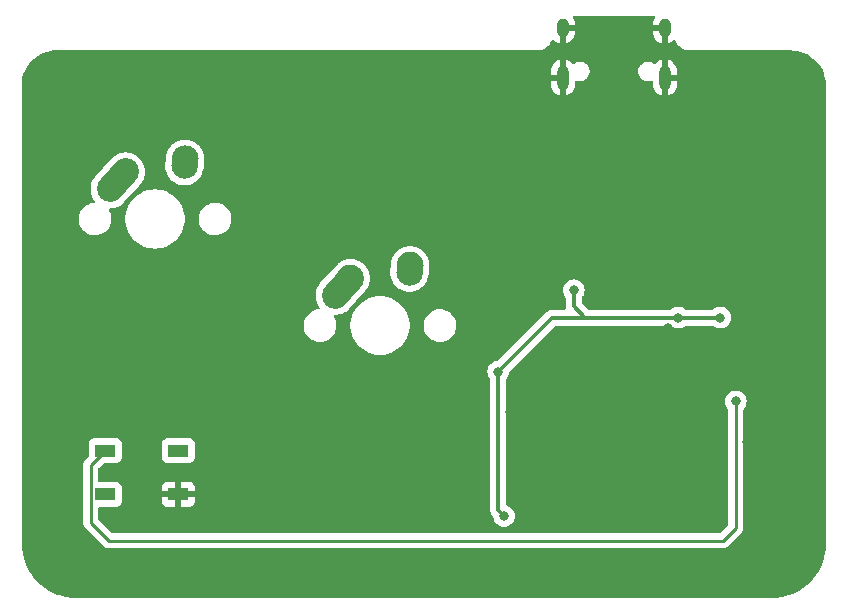
<source format=gbr>
%TF.GenerationSoftware,KiCad,Pcbnew,(6.0.7)*%
%TF.CreationDate,2022-08-09T22:51:10+07:00*%
%TF.ProjectId,Keypad-3,4b657970-6164-42d3-932e-6b696361645f,rev?*%
%TF.SameCoordinates,Original*%
%TF.FileFunction,Copper,L1,Top*%
%TF.FilePolarity,Positive*%
%FSLAX46Y46*%
G04 Gerber Fmt 4.6, Leading zero omitted, Abs format (unit mm)*
G04 Created by KiCad (PCBNEW (6.0.7)) date 2022-08-09 22:51:10*
%MOMM*%
%LPD*%
G01*
G04 APERTURE LIST*
G04 Aperture macros list*
%AMHorizOval*
0 Thick line with rounded ends*
0 $1 width*
0 $2 $3 position (X,Y) of the first rounded end (center of the circle)*
0 $4 $5 position (X,Y) of the second rounded end (center of the circle)*
0 Add line between two ends*
20,1,$1,$2,$3,$4,$5,0*
0 Add two circle primitives to create the rounded ends*
1,1,$1,$2,$3*
1,1,$1,$4,$5*%
G04 Aperture macros list end*
%TA.AperFunction,SMDPad,CuDef*%
%ADD10R,1.800000X1.100000*%
%TD*%
%TA.AperFunction,ComponentPad*%
%ADD11HorizOval,2.250000X0.655001X0.730000X-0.655001X-0.730000X0*%
%TD*%
%TA.AperFunction,ComponentPad*%
%ADD12C,2.250000*%
%TD*%
%TA.AperFunction,ComponentPad*%
%ADD13HorizOval,2.250000X0.020000X0.290000X-0.020000X-0.290000X0*%
%TD*%
%TA.AperFunction,ComponentPad*%
%ADD14O,1.000000X2.100000*%
%TD*%
%TA.AperFunction,ComponentPad*%
%ADD15O,1.000000X1.600000*%
%TD*%
%TA.AperFunction,ViaPad*%
%ADD16C,0.800000*%
%TD*%
%TA.AperFunction,Conductor*%
%ADD17C,0.330200*%
%TD*%
%TA.AperFunction,Conductor*%
%ADD18C,0.254000*%
%TD*%
G04 APERTURE END LIST*
D10*
%TO.P,SW1,1,1*%
%TO.N,GND*%
X160580000Y-134996800D03*
%TO.P,SW1,2,2*%
%TO.N,Net-(R1-Pad2)*%
X154380000Y-131296800D03*
%TO.P,SW1,3*%
%TO.N,N/C*%
X160580000Y-131296800D03*
%TO.P,SW1,4*%
X154380000Y-134996800D03*
%TD*%
D11*
%TO.P,MX1,1,COL*%
%TO.N,COL0*%
X155442601Y-108414800D03*
D12*
X156097600Y-107684800D03*
D13*
%TO.P,MX1,2,ROW*%
%TO.N,Net-(D1-Pad2)*%
X161117600Y-106894800D03*
D12*
X161137600Y-106604800D03*
%TD*%
D11*
%TO.P,MX2,1,COL*%
%TO.N,COL1*%
X174492601Y-117431800D03*
D12*
X175147600Y-116701800D03*
%TO.P,MX2,2,ROW*%
%TO.N,Net-(D2-Pad2)*%
X180187600Y-115621800D03*
D13*
X180167600Y-115911800D03*
%TD*%
D14*
%TO.P,J1,S1,SHIELD*%
%TO.N,GND*%
X201767768Y-99725000D03*
X193127768Y-99725000D03*
D15*
X201767768Y-95545000D03*
X193127768Y-95545000D03*
%TD*%
D16*
%TO.N,GND*%
X188672592Y-128068192D03*
X188813260Y-134424109D03*
X201003768Y-106299000D03*
X201638768Y-101600000D03*
X208691083Y-130589676D03*
X163118800Y-135026400D03*
X210731873Y-126506122D03*
X202018400Y-120915668D03*
X197525000Y-131550000D03*
X192600000Y-141200000D03*
X193002768Y-103505000D03*
X213515753Y-132882103D03*
X199180000Y-124160000D03*
X202400768Y-103505000D03*
X213515751Y-135396576D03*
X193141600Y-101662632D03*
X202250000Y-131550000D03*
%TO.N,+5V*%
X202895200Y-120040400D03*
X187655200Y-124612400D03*
X194056000Y-117703600D03*
X206451200Y-120040400D03*
X188150500Y-136842500D03*
%TO.N,Net-(R1-Pad2)*%
X207772000Y-127127000D03*
%TD*%
D17*
%TO.N,GND*%
X160580000Y-134996800D02*
X163089200Y-134996800D01*
X163089200Y-134996800D02*
X163118800Y-135026400D01*
%TO.N,+5V*%
X195326000Y-120040400D02*
X195021200Y-120040400D01*
X203657200Y-120040400D02*
X202895200Y-120040400D01*
X187655200Y-136347200D02*
X188150500Y-136842500D01*
X194056000Y-117703600D02*
X194056000Y-119075200D01*
X202895200Y-120040400D02*
X195935600Y-120040400D01*
X195935600Y-120040400D02*
X195326000Y-120040400D01*
X194056000Y-119075200D02*
X195021200Y-120040400D01*
X187655200Y-124612400D02*
X187655200Y-136347200D01*
X187655200Y-124612400D02*
X192227200Y-120040400D01*
X192227200Y-120040400D02*
X195326000Y-120040400D01*
X206451200Y-120040400D02*
X203657200Y-120040400D01*
D18*
%TO.N,Net-(R1-Pad2)*%
X207772000Y-137820400D02*
X207772000Y-127127000D01*
X153153000Y-137405000D02*
X154677000Y-138929000D01*
X206663400Y-138929000D02*
X207772000Y-137820400D01*
X153153000Y-132523800D02*
X153153000Y-137405000D01*
X154380000Y-131296800D02*
X153153000Y-132523800D01*
X154677000Y-138929000D02*
X206663400Y-138929000D01*
%TD*%
%TA.AperFunction,Conductor*%
%TO.N,GND*%
G36*
X200888394Y-94508502D02*
G01*
X200934887Y-94562158D01*
X200944991Y-94632432D01*
X200930687Y-94675201D01*
X200839766Y-94840585D01*
X200834934Y-94851858D01*
X200778888Y-95028538D01*
X200776338Y-95040532D01*
X200760161Y-95184761D01*
X200759768Y-95191785D01*
X200759768Y-95272885D01*
X200764243Y-95288124D01*
X200765633Y-95289329D01*
X200773316Y-95291000D01*
X201895768Y-95291000D01*
X201963889Y-95311002D01*
X202010382Y-95364658D01*
X202021768Y-95417000D01*
X202021768Y-96802924D01*
X202025741Y-96816455D01*
X202033536Y-96817575D01*
X202141289Y-96785862D01*
X202152657Y-96781269D01*
X202316922Y-96695393D01*
X202327183Y-96688679D01*
X202471641Y-96572532D01*
X202481326Y-96563048D01*
X202543991Y-96529677D01*
X202614750Y-96535483D01*
X202671137Y-96578622D01*
X202685893Y-96604853D01*
X202706579Y-96654795D01*
X202821514Y-96842355D01*
X202824729Y-96846119D01*
X202824731Y-96846122D01*
X202893929Y-96927142D01*
X202964376Y-97009624D01*
X202968132Y-97012832D01*
X203127188Y-97148679D01*
X203131645Y-97152486D01*
X203319205Y-97267421D01*
X203323780Y-97269316D01*
X203323784Y-97269318D01*
X203517864Y-97349706D01*
X203517867Y-97349707D01*
X203522435Y-97351599D01*
X203527242Y-97352753D01*
X203527245Y-97352754D01*
X203617124Y-97374330D01*
X203736332Y-97402948D01*
X203840923Y-97411178D01*
X203918080Y-97417249D01*
X203929091Y-97418606D01*
X203943076Y-97420958D01*
X203949459Y-97421036D01*
X203950769Y-97421052D01*
X203950772Y-97421052D01*
X203955628Y-97421111D01*
X203973990Y-97418481D01*
X203983152Y-97417169D01*
X204001054Y-97415896D01*
X208604092Y-97417290D01*
X212535048Y-97418481D01*
X212559662Y-97420917D01*
X212569907Y-97422961D01*
X212578852Y-97422176D01*
X212578853Y-97422176D01*
X212581756Y-97421921D01*
X212588273Y-97421349D01*
X212611498Y-97421459D01*
X212705057Y-97430570D01*
X212888821Y-97448466D01*
X212902410Y-97450543D01*
X213081009Y-97487908D01*
X213202933Y-97513417D01*
X213216201Y-97516958D01*
X213508082Y-97612199D01*
X213520887Y-97617166D01*
X213800655Y-97743639D01*
X213812846Y-97749972D01*
X214066070Y-97899614D01*
X214077173Y-97906175D01*
X214088609Y-97913805D01*
X214334323Y-98097860D01*
X214344860Y-98106689D01*
X214569074Y-98316431D01*
X214578587Y-98326357D01*
X214778614Y-98559277D01*
X214786980Y-98570168D01*
X214960449Y-98823507D01*
X214967579Y-98835247D01*
X215112405Y-99105960D01*
X215118214Y-99118405D01*
X215205497Y-99335623D01*
X215232691Y-99403301D01*
X215237112Y-99416316D01*
X215261554Y-99503641D01*
X215319865Y-99711975D01*
X215322840Y-99725382D01*
X215372892Y-100028308D01*
X215374388Y-100041964D01*
X215389186Y-100312815D01*
X215387874Y-100339071D01*
X215386309Y-100349124D01*
X215387473Y-100358026D01*
X215387473Y-100358028D01*
X215390436Y-100380683D01*
X215391500Y-100397021D01*
X215391500Y-139142633D01*
X215390000Y-139162018D01*
X215387690Y-139176851D01*
X215387690Y-139176855D01*
X215386309Y-139185724D01*
X215388984Y-139206183D01*
X215389928Y-139228008D01*
X215374344Y-139584936D01*
X215373386Y-139595886D01*
X215322767Y-139980379D01*
X215320858Y-139991205D01*
X215236920Y-140369822D01*
X215234075Y-140380439D01*
X215117461Y-140750294D01*
X215113702Y-140760623D01*
X214965289Y-141118923D01*
X214960643Y-141128885D01*
X214781577Y-141472867D01*
X214776081Y-141482387D01*
X214567708Y-141809468D01*
X214561403Y-141818472D01*
X214325322Y-142126138D01*
X214318257Y-142134558D01*
X214056256Y-142420483D01*
X214048483Y-142428256D01*
X213762558Y-142690257D01*
X213754138Y-142697322D01*
X213446472Y-142933403D01*
X213437468Y-142939708D01*
X213110387Y-143148081D01*
X213100868Y-143153576D01*
X212756876Y-143332647D01*
X212746932Y-143337285D01*
X212388615Y-143485705D01*
X212378302Y-143489458D01*
X212178702Y-143552392D01*
X212008439Y-143606075D01*
X211997822Y-143608920D01*
X211619205Y-143692858D01*
X211608379Y-143694767D01*
X211223886Y-143745386D01*
X211212937Y-143746344D01*
X210863446Y-143761603D01*
X210838571Y-143760223D01*
X210826276Y-143758309D01*
X210817374Y-143759473D01*
X210817372Y-143759473D01*
X210802323Y-143761441D01*
X210794714Y-143762436D01*
X210778379Y-143763500D01*
X151941367Y-143763500D01*
X151921982Y-143762000D01*
X151907149Y-143759690D01*
X151907145Y-143759690D01*
X151898276Y-143758309D01*
X151877817Y-143760984D01*
X151855992Y-143761928D01*
X151499063Y-143746344D01*
X151488114Y-143745386D01*
X151103621Y-143694767D01*
X151092795Y-143692858D01*
X150714178Y-143608920D01*
X150703561Y-143606075D01*
X150533298Y-143552392D01*
X150333698Y-143489458D01*
X150323385Y-143485705D01*
X149965068Y-143337285D01*
X149955124Y-143332647D01*
X149611132Y-143153576D01*
X149601613Y-143148081D01*
X149274532Y-142939708D01*
X149265528Y-142933403D01*
X148957862Y-142697322D01*
X148949442Y-142690257D01*
X148663517Y-142428256D01*
X148655744Y-142420483D01*
X148393743Y-142134558D01*
X148386678Y-142126138D01*
X148150597Y-141818472D01*
X148144292Y-141809468D01*
X147935919Y-141482387D01*
X147930423Y-141472867D01*
X147751357Y-141128885D01*
X147746711Y-141118923D01*
X147598298Y-140760623D01*
X147594539Y-140750294D01*
X147477925Y-140380439D01*
X147475080Y-140369822D01*
X147391142Y-139991205D01*
X147389233Y-139980379D01*
X147338614Y-139595886D01*
X147337656Y-139584936D01*
X147322561Y-139239206D01*
X147324188Y-139212805D01*
X147324769Y-139209352D01*
X147324770Y-139209345D01*
X147325576Y-139204552D01*
X147325729Y-139192000D01*
X147321759Y-139164276D01*
X147320486Y-139146456D01*
X147320240Y-138325650D01*
X147318491Y-132503679D01*
X152512765Y-132503679D01*
X152513511Y-132511571D01*
X152516941Y-132547856D01*
X152517500Y-132559714D01*
X152517500Y-137325980D01*
X152516970Y-137337214D01*
X152515292Y-137344719D01*
X152516383Y-137379444D01*
X152517438Y-137413012D01*
X152517500Y-137416969D01*
X152517500Y-137444983D01*
X152517996Y-137448908D01*
X152517996Y-137448909D01*
X152518008Y-137449004D01*
X152518941Y-137460849D01*
X152520335Y-137505205D01*
X152526013Y-137524748D01*
X152530023Y-137544112D01*
X152532573Y-137564299D01*
X152535489Y-137571663D01*
X152535490Y-137571668D01*
X152548907Y-137605556D01*
X152552752Y-137616785D01*
X152565131Y-137659393D01*
X152569169Y-137666220D01*
X152569170Y-137666223D01*
X152575488Y-137676906D01*
X152584188Y-137694664D01*
X152588761Y-137706215D01*
X152588765Y-137706221D01*
X152591681Y-137713588D01*
X152596339Y-137719999D01*
X152596340Y-137720001D01*
X152617764Y-137749488D01*
X152624281Y-137759410D01*
X152642826Y-137790768D01*
X152642829Y-137790772D01*
X152646866Y-137797598D01*
X152661250Y-137811982D01*
X152674091Y-137827016D01*
X152686058Y-137843487D01*
X152692166Y-137848540D01*
X152720255Y-137871777D01*
X152729035Y-137879767D01*
X154171745Y-139322477D01*
X154179322Y-139330803D01*
X154183447Y-139337303D01*
X154189225Y-139342729D01*
X154189226Y-139342730D01*
X154233281Y-139384100D01*
X154236123Y-139386855D01*
X154255906Y-139406638D01*
X154259114Y-139409126D01*
X154268143Y-139416837D01*
X154300494Y-139447217D01*
X154307443Y-139451037D01*
X154318329Y-139457022D01*
X154334853Y-139467876D01*
X154350933Y-139480349D01*
X154358210Y-139483498D01*
X154391650Y-139497969D01*
X154402311Y-139503192D01*
X154434247Y-139520749D01*
X154434252Y-139520751D01*
X154441197Y-139524569D01*
X154448871Y-139526539D01*
X154448878Y-139526542D01*
X154460913Y-139529632D01*
X154479618Y-139536036D01*
X154491013Y-139540967D01*
X154498292Y-139544117D01*
X154513401Y-139546510D01*
X154542127Y-139551060D01*
X154553740Y-139553465D01*
X154596718Y-139564500D01*
X154617065Y-139564500D01*
X154636777Y-139566051D01*
X154656879Y-139569235D01*
X154664771Y-139568489D01*
X154701056Y-139565059D01*
X154712914Y-139564500D01*
X206584380Y-139564500D01*
X206595614Y-139565030D01*
X206603119Y-139566708D01*
X206671412Y-139564562D01*
X206675369Y-139564500D01*
X206703383Y-139564500D01*
X206707308Y-139564004D01*
X206707309Y-139564004D01*
X206707404Y-139563992D01*
X206719249Y-139563059D01*
X206749070Y-139562122D01*
X206755682Y-139561914D01*
X206755683Y-139561914D01*
X206763605Y-139561665D01*
X206783149Y-139555987D01*
X206802512Y-139551977D01*
X206814840Y-139550420D01*
X206814842Y-139550420D01*
X206822699Y-139549427D01*
X206830063Y-139546511D01*
X206830068Y-139546510D01*
X206863956Y-139533093D01*
X206875185Y-139529248D01*
X206891865Y-139524402D01*
X206917793Y-139516869D01*
X206924620Y-139512831D01*
X206924623Y-139512830D01*
X206935306Y-139506512D01*
X206953064Y-139497812D01*
X206964615Y-139493239D01*
X206964621Y-139493235D01*
X206971988Y-139490319D01*
X206981377Y-139483498D01*
X207007888Y-139464236D01*
X207017810Y-139457719D01*
X207049168Y-139439174D01*
X207049172Y-139439171D01*
X207055998Y-139435134D01*
X207070382Y-139420750D01*
X207085416Y-139407909D01*
X207095473Y-139400602D01*
X207101887Y-139395942D01*
X207130178Y-139361744D01*
X207138167Y-139352965D01*
X208165483Y-138325650D01*
X208173809Y-138318074D01*
X208180303Y-138313953D01*
X208227086Y-138264134D01*
X208229840Y-138261293D01*
X208249639Y-138241494D01*
X208252068Y-138238363D01*
X208252072Y-138238358D01*
X208252139Y-138238272D01*
X208259847Y-138229247D01*
X208284791Y-138202685D01*
X208284794Y-138202681D01*
X208290217Y-138196906D01*
X208294036Y-138189960D01*
X208294039Y-138189955D01*
X208300022Y-138179072D01*
X208310878Y-138162544D01*
X208318492Y-138152729D01*
X208318494Y-138152726D01*
X208323349Y-138146467D01*
X208326495Y-138139197D01*
X208326498Y-138139192D01*
X208340969Y-138105750D01*
X208346192Y-138095089D01*
X208363749Y-138063153D01*
X208363751Y-138063148D01*
X208367569Y-138056203D01*
X208369539Y-138048529D01*
X208369542Y-138048522D01*
X208372632Y-138036487D01*
X208379036Y-138017782D01*
X208383967Y-138006387D01*
X208387117Y-137999108D01*
X208394060Y-137955273D01*
X208396467Y-137943651D01*
X208407500Y-137900682D01*
X208407500Y-137880335D01*
X208409051Y-137860624D01*
X208410995Y-137848350D01*
X208412235Y-137840521D01*
X208408708Y-137803209D01*
X208408059Y-137796344D01*
X208407500Y-137784486D01*
X208407500Y-127827303D01*
X208427502Y-127759182D01*
X208439864Y-127742993D01*
X208506621Y-127668852D01*
X208506622Y-127668851D01*
X208511040Y-127663944D01*
X208606527Y-127498556D01*
X208665542Y-127316928D01*
X208685504Y-127127000D01*
X208665542Y-126937072D01*
X208606527Y-126755444D01*
X208511040Y-126590056D01*
X208383253Y-126448134D01*
X208228752Y-126335882D01*
X208222724Y-126333198D01*
X208222722Y-126333197D01*
X208060319Y-126260891D01*
X208060318Y-126260891D01*
X208054288Y-126258206D01*
X207960887Y-126238353D01*
X207873944Y-126219872D01*
X207873939Y-126219872D01*
X207867487Y-126218500D01*
X207676513Y-126218500D01*
X207670061Y-126219872D01*
X207670056Y-126219872D01*
X207583113Y-126238353D01*
X207489712Y-126258206D01*
X207483682Y-126260891D01*
X207483681Y-126260891D01*
X207321278Y-126333197D01*
X207321276Y-126333198D01*
X207315248Y-126335882D01*
X207160747Y-126448134D01*
X207032960Y-126590056D01*
X206937473Y-126755444D01*
X206878458Y-126937072D01*
X206858496Y-127127000D01*
X206878458Y-127316928D01*
X206937473Y-127498556D01*
X207032960Y-127663944D01*
X207037378Y-127668851D01*
X207037379Y-127668852D01*
X207104136Y-127742993D01*
X207134854Y-127807000D01*
X207136500Y-127827303D01*
X207136500Y-137504977D01*
X207116498Y-137573098D01*
X207099595Y-137594072D01*
X206437072Y-138256595D01*
X206374760Y-138290621D01*
X206347977Y-138293500D01*
X154992423Y-138293500D01*
X154924302Y-138273498D01*
X154903328Y-138256595D01*
X153825405Y-137178672D01*
X153791379Y-137116360D01*
X153788500Y-137089577D01*
X153788500Y-136181300D01*
X153808502Y-136113179D01*
X153862158Y-136066686D01*
X153914500Y-136055300D01*
X155328134Y-136055300D01*
X155390316Y-136048545D01*
X155526705Y-135997415D01*
X155643261Y-135910061D01*
X155730615Y-135793505D01*
X155781745Y-135657116D01*
X155788500Y-135594934D01*
X155788500Y-135591469D01*
X159172001Y-135591469D01*
X159172371Y-135598290D01*
X159177895Y-135649152D01*
X159181521Y-135664404D01*
X159226676Y-135784854D01*
X159235214Y-135800449D01*
X159311715Y-135902524D01*
X159324276Y-135915085D01*
X159426351Y-135991586D01*
X159441946Y-136000124D01*
X159562394Y-136045278D01*
X159577649Y-136048905D01*
X159628514Y-136054431D01*
X159635328Y-136054800D01*
X160307885Y-136054800D01*
X160323124Y-136050325D01*
X160324329Y-136048935D01*
X160326000Y-136041252D01*
X160326000Y-136036684D01*
X160834000Y-136036684D01*
X160838475Y-136051923D01*
X160839865Y-136053128D01*
X160847548Y-136054799D01*
X161524669Y-136054799D01*
X161531490Y-136054429D01*
X161582352Y-136048905D01*
X161597604Y-136045279D01*
X161718054Y-136000124D01*
X161733649Y-135991586D01*
X161835724Y-135915085D01*
X161848285Y-135902524D01*
X161924786Y-135800449D01*
X161933324Y-135784854D01*
X161978478Y-135664406D01*
X161982105Y-135649151D01*
X161987631Y-135598286D01*
X161988000Y-135591472D01*
X161988000Y-135268915D01*
X161983525Y-135253676D01*
X161982135Y-135252471D01*
X161974452Y-135250800D01*
X160852115Y-135250800D01*
X160836876Y-135255275D01*
X160835671Y-135256665D01*
X160834000Y-135264348D01*
X160834000Y-136036684D01*
X160326000Y-136036684D01*
X160326000Y-135268915D01*
X160321525Y-135253676D01*
X160320135Y-135252471D01*
X160312452Y-135250800D01*
X159190116Y-135250800D01*
X159174877Y-135255275D01*
X159173672Y-135256665D01*
X159172001Y-135264348D01*
X159172001Y-135591469D01*
X155788500Y-135591469D01*
X155788500Y-134724685D01*
X159172000Y-134724685D01*
X159176475Y-134739924D01*
X159177865Y-134741129D01*
X159185548Y-134742800D01*
X160307885Y-134742800D01*
X160323124Y-134738325D01*
X160324329Y-134736935D01*
X160326000Y-134729252D01*
X160326000Y-134724685D01*
X160834000Y-134724685D01*
X160838475Y-134739924D01*
X160839865Y-134741129D01*
X160847548Y-134742800D01*
X161969884Y-134742800D01*
X161985123Y-134738325D01*
X161986328Y-134736935D01*
X161987999Y-134729252D01*
X161987999Y-134402131D01*
X161987629Y-134395310D01*
X161982105Y-134344448D01*
X161978479Y-134329196D01*
X161933324Y-134208746D01*
X161924786Y-134193151D01*
X161848285Y-134091076D01*
X161835724Y-134078515D01*
X161733649Y-134002014D01*
X161718054Y-133993476D01*
X161597606Y-133948322D01*
X161582351Y-133944695D01*
X161531486Y-133939169D01*
X161524672Y-133938800D01*
X160852115Y-133938800D01*
X160836876Y-133943275D01*
X160835671Y-133944665D01*
X160834000Y-133952348D01*
X160834000Y-134724685D01*
X160326000Y-134724685D01*
X160326000Y-133956916D01*
X160321525Y-133941677D01*
X160320135Y-133940472D01*
X160312452Y-133938801D01*
X159635331Y-133938801D01*
X159628510Y-133939171D01*
X159577648Y-133944695D01*
X159562396Y-133948321D01*
X159441946Y-133993476D01*
X159426351Y-134002014D01*
X159324276Y-134078515D01*
X159311715Y-134091076D01*
X159235214Y-134193151D01*
X159226676Y-134208746D01*
X159181522Y-134329194D01*
X159177895Y-134344449D01*
X159172369Y-134395314D01*
X159172000Y-134402128D01*
X159172000Y-134724685D01*
X155788500Y-134724685D01*
X155788500Y-134398666D01*
X155781745Y-134336484D01*
X155730615Y-134200095D01*
X155643261Y-134083539D01*
X155526705Y-133996185D01*
X155390316Y-133945055D01*
X155328134Y-133938300D01*
X153914500Y-133938300D01*
X153846379Y-133918298D01*
X153799886Y-133864642D01*
X153788500Y-133812300D01*
X153788500Y-132839223D01*
X153808502Y-132771102D01*
X153825405Y-132750127D01*
X154183329Y-132392204D01*
X154245641Y-132358179D01*
X154272424Y-132355300D01*
X155328134Y-132355300D01*
X155390316Y-132348545D01*
X155526705Y-132297415D01*
X155643261Y-132210061D01*
X155730615Y-132093505D01*
X155781745Y-131957116D01*
X155788500Y-131894934D01*
X159171500Y-131894934D01*
X159178255Y-131957116D01*
X159229385Y-132093505D01*
X159316739Y-132210061D01*
X159433295Y-132297415D01*
X159569684Y-132348545D01*
X159631866Y-132355300D01*
X161528134Y-132355300D01*
X161590316Y-132348545D01*
X161726705Y-132297415D01*
X161843261Y-132210061D01*
X161930615Y-132093505D01*
X161981745Y-131957116D01*
X161988500Y-131894934D01*
X161988500Y-130698666D01*
X161981745Y-130636484D01*
X161930615Y-130500095D01*
X161843261Y-130383539D01*
X161726705Y-130296185D01*
X161590316Y-130245055D01*
X161528134Y-130238300D01*
X159631866Y-130238300D01*
X159569684Y-130245055D01*
X159433295Y-130296185D01*
X159316739Y-130383539D01*
X159229385Y-130500095D01*
X159178255Y-130636484D01*
X159171500Y-130698666D01*
X159171500Y-131894934D01*
X155788500Y-131894934D01*
X155788500Y-130698666D01*
X155781745Y-130636484D01*
X155730615Y-130500095D01*
X155643261Y-130383539D01*
X155526705Y-130296185D01*
X155390316Y-130245055D01*
X155328134Y-130238300D01*
X153431866Y-130238300D01*
X153369684Y-130245055D01*
X153233295Y-130296185D01*
X153116739Y-130383539D01*
X153029385Y-130500095D01*
X152978255Y-130636484D01*
X152971500Y-130698666D01*
X152971500Y-131754377D01*
X152951498Y-131822498D01*
X152934595Y-131843472D01*
X152759517Y-132018550D01*
X152751191Y-132026126D01*
X152744697Y-132030247D01*
X152739274Y-132036022D01*
X152697915Y-132080065D01*
X152695160Y-132082907D01*
X152675361Y-132102706D01*
X152672937Y-132105831D01*
X152672929Y-132105840D01*
X152672863Y-132105926D01*
X152665155Y-132114951D01*
X152634783Y-132147294D01*
X152630965Y-132154238D01*
X152630964Y-132154240D01*
X152624978Y-132165129D01*
X152614127Y-132181647D01*
X152601650Y-132197733D01*
X152584024Y-132238466D01*
X152578807Y-132249114D01*
X152557431Y-132287997D01*
X152555460Y-132295672D01*
X152555458Y-132295678D01*
X152552369Y-132307711D01*
X152545966Y-132326413D01*
X152537883Y-132345092D01*
X152535810Y-132358179D01*
X152530940Y-132388927D01*
X152528535Y-132400540D01*
X152517500Y-132443518D01*
X152517500Y-132463865D01*
X152515949Y-132483576D01*
X152512765Y-132503679D01*
X147318491Y-132503679D01*
X147316121Y-124612400D01*
X186741696Y-124612400D01*
X186742386Y-124618965D01*
X186744053Y-124634821D01*
X186761658Y-124802328D01*
X186820673Y-124983956D01*
X186916160Y-125149344D01*
X186920580Y-125154253D01*
X186949237Y-125186080D01*
X186979954Y-125250088D01*
X186981600Y-125270390D01*
X186981600Y-136319491D01*
X186981308Y-136328062D01*
X186977582Y-136382712D01*
X186988006Y-136442435D01*
X186988963Y-136448925D01*
X186996240Y-136509056D01*
X186998926Y-136516165D01*
X187000350Y-136521962D01*
X187002580Y-136530117D01*
X187004308Y-136535841D01*
X187005614Y-136543322D01*
X187008667Y-136550277D01*
X187029963Y-136598790D01*
X187032456Y-136604899D01*
X187050470Y-136652572D01*
X187053869Y-136661568D01*
X187058170Y-136667827D01*
X187060924Y-136673094D01*
X187065057Y-136680519D01*
X187068092Y-136685651D01*
X187071146Y-136692608D01*
X187075770Y-136698634D01*
X187075771Y-136698636D01*
X187108022Y-136740666D01*
X187111900Y-136746004D01*
X187141909Y-136789669D01*
X187141915Y-136789676D01*
X187146214Y-136795931D01*
X187151882Y-136800981D01*
X187151883Y-136800982D01*
X187190310Y-136835219D01*
X187195586Y-136840201D01*
X187210038Y-136854653D01*
X187244064Y-136916965D01*
X187246253Y-136930575D01*
X187256958Y-137032428D01*
X187315973Y-137214056D01*
X187411460Y-137379444D01*
X187415878Y-137384351D01*
X187415879Y-137384352D01*
X187531549Y-137512817D01*
X187539247Y-137521366D01*
X187693748Y-137633618D01*
X187699776Y-137636302D01*
X187699778Y-137636303D01*
X187830860Y-137694664D01*
X187868212Y-137711294D01*
X187961613Y-137731147D01*
X188048556Y-137749628D01*
X188048561Y-137749628D01*
X188055013Y-137751000D01*
X188245987Y-137751000D01*
X188252439Y-137749628D01*
X188252444Y-137749628D01*
X188339387Y-137731147D01*
X188432788Y-137711294D01*
X188470140Y-137694664D01*
X188601222Y-137636303D01*
X188601224Y-137636302D01*
X188607252Y-137633618D01*
X188761753Y-137521366D01*
X188769451Y-137512817D01*
X188885121Y-137384352D01*
X188885122Y-137384351D01*
X188889540Y-137379444D01*
X188985027Y-137214056D01*
X189044042Y-137032428D01*
X189064004Y-136842500D01*
X189059640Y-136800982D01*
X189044732Y-136659135D01*
X189044732Y-136659133D01*
X189044042Y-136652572D01*
X188985027Y-136470944D01*
X188968554Y-136442411D01*
X188892841Y-136311274D01*
X188889540Y-136305556D01*
X188761753Y-136163634D01*
X188607252Y-136051382D01*
X188601224Y-136048698D01*
X188601222Y-136048697D01*
X188438814Y-135976389D01*
X188438815Y-135976389D01*
X188432788Y-135973706D01*
X188426335Y-135972334D01*
X188420049Y-135970292D01*
X188420628Y-135968509D01*
X188366137Y-135939095D01*
X188331810Y-135876948D01*
X188328800Y-135849570D01*
X188328800Y-125270390D01*
X188348802Y-125202269D01*
X188361163Y-125186080D01*
X188389820Y-125154253D01*
X188394240Y-125149344D01*
X188489727Y-124983956D01*
X188548742Y-124802328D01*
X188559447Y-124700477D01*
X188586460Y-124634821D01*
X188595662Y-124624553D01*
X192469310Y-120750905D01*
X192531622Y-120716879D01*
X192558405Y-120714000D01*
X194947549Y-120714000D01*
X194970509Y-120716110D01*
X194978593Y-120717608D01*
X194986173Y-120717171D01*
X194986174Y-120717171D01*
X195037543Y-120714209D01*
X195044796Y-120714000D01*
X202235759Y-120714000D01*
X202303880Y-120734002D01*
X202309820Y-120738064D01*
X202438448Y-120831518D01*
X202444476Y-120834202D01*
X202444478Y-120834203D01*
X202515186Y-120865684D01*
X202612912Y-120909194D01*
X202706313Y-120929047D01*
X202793256Y-120947528D01*
X202793261Y-120947528D01*
X202799713Y-120948900D01*
X202990687Y-120948900D01*
X202997139Y-120947528D01*
X202997144Y-120947528D01*
X203084087Y-120929047D01*
X203177488Y-120909194D01*
X203275214Y-120865684D01*
X203345922Y-120834203D01*
X203345924Y-120834202D01*
X203351952Y-120831518D01*
X203480580Y-120738064D01*
X203547448Y-120714206D01*
X203554641Y-120714000D01*
X205791759Y-120714000D01*
X205859880Y-120734002D01*
X205865820Y-120738064D01*
X205994448Y-120831518D01*
X206000476Y-120834202D01*
X206000478Y-120834203D01*
X206071186Y-120865684D01*
X206168912Y-120909194D01*
X206262313Y-120929047D01*
X206349256Y-120947528D01*
X206349261Y-120947528D01*
X206355713Y-120948900D01*
X206546687Y-120948900D01*
X206553139Y-120947528D01*
X206553144Y-120947528D01*
X206640087Y-120929047D01*
X206733488Y-120909194D01*
X206831214Y-120865684D01*
X206901922Y-120834203D01*
X206901924Y-120834202D01*
X206907952Y-120831518D01*
X207062453Y-120719266D01*
X207190240Y-120577344D01*
X207285727Y-120411956D01*
X207344742Y-120230328D01*
X207350094Y-120179412D01*
X207364014Y-120046965D01*
X207364704Y-120040400D01*
X207357817Y-119974876D01*
X207345432Y-119857035D01*
X207345432Y-119857033D01*
X207344742Y-119850472D01*
X207285727Y-119668844D01*
X207190240Y-119503456D01*
X207184515Y-119497097D01*
X207066875Y-119366445D01*
X207066874Y-119366444D01*
X207062453Y-119361534D01*
X206907952Y-119249282D01*
X206901924Y-119246598D01*
X206901922Y-119246597D01*
X206739519Y-119174291D01*
X206739518Y-119174291D01*
X206733488Y-119171606D01*
X206640088Y-119151753D01*
X206553144Y-119133272D01*
X206553139Y-119133272D01*
X206546687Y-119131900D01*
X206355713Y-119131900D01*
X206349261Y-119133272D01*
X206349256Y-119133272D01*
X206262312Y-119151753D01*
X206168912Y-119171606D01*
X206162882Y-119174291D01*
X206162881Y-119174291D01*
X206000478Y-119246597D01*
X206000476Y-119246598D01*
X205994448Y-119249282D01*
X205989107Y-119253162D01*
X205989106Y-119253163D01*
X205865820Y-119342736D01*
X205798952Y-119366594D01*
X205791759Y-119366800D01*
X203554641Y-119366800D01*
X203486520Y-119346798D01*
X203480580Y-119342736D01*
X203357294Y-119253163D01*
X203357293Y-119253162D01*
X203351952Y-119249282D01*
X203345924Y-119246598D01*
X203345922Y-119246597D01*
X203183519Y-119174291D01*
X203183518Y-119174291D01*
X203177488Y-119171606D01*
X203084088Y-119151753D01*
X202997144Y-119133272D01*
X202997139Y-119133272D01*
X202990687Y-119131900D01*
X202799713Y-119131900D01*
X202793261Y-119133272D01*
X202793256Y-119133272D01*
X202706312Y-119151753D01*
X202612912Y-119171606D01*
X202606882Y-119174291D01*
X202606881Y-119174291D01*
X202444478Y-119246597D01*
X202444476Y-119246598D01*
X202438448Y-119249282D01*
X202433107Y-119253162D01*
X202433106Y-119253163D01*
X202309820Y-119342736D01*
X202242952Y-119366594D01*
X202235759Y-119366800D01*
X195352406Y-119366800D01*
X195284285Y-119346798D01*
X195263311Y-119329896D01*
X194766505Y-118833091D01*
X194732480Y-118770778D01*
X194729600Y-118743995D01*
X194729600Y-118361590D01*
X194749602Y-118293469D01*
X194761963Y-118277280D01*
X194790620Y-118245453D01*
X194795040Y-118240544D01*
X194810237Y-118214223D01*
X194887223Y-118080879D01*
X194887224Y-118080878D01*
X194890527Y-118075156D01*
X194949542Y-117893528D01*
X194969504Y-117703600D01*
X194949542Y-117513672D01*
X194890527Y-117332044D01*
X194795040Y-117166656D01*
X194788040Y-117158881D01*
X194671675Y-117029645D01*
X194671674Y-117029644D01*
X194667253Y-117024734D01*
X194568157Y-116952736D01*
X194518094Y-116916363D01*
X194518093Y-116916362D01*
X194512752Y-116912482D01*
X194506724Y-116909798D01*
X194506722Y-116909797D01*
X194344319Y-116837491D01*
X194344318Y-116837491D01*
X194338288Y-116834806D01*
X194241147Y-116814158D01*
X194157944Y-116796472D01*
X194157939Y-116796472D01*
X194151487Y-116795100D01*
X193960513Y-116795100D01*
X193954061Y-116796472D01*
X193954056Y-116796472D01*
X193870853Y-116814158D01*
X193773712Y-116834806D01*
X193767682Y-116837491D01*
X193767681Y-116837491D01*
X193605278Y-116909797D01*
X193605276Y-116909798D01*
X193599248Y-116912482D01*
X193593907Y-116916362D01*
X193593906Y-116916363D01*
X193543843Y-116952736D01*
X193444747Y-117024734D01*
X193440326Y-117029644D01*
X193440325Y-117029645D01*
X193323961Y-117158881D01*
X193316960Y-117166656D01*
X193221473Y-117332044D01*
X193162458Y-117513672D01*
X193142496Y-117703600D01*
X193162458Y-117893528D01*
X193221473Y-118075156D01*
X193224776Y-118080878D01*
X193224777Y-118080879D01*
X193301764Y-118214223D01*
X193316960Y-118240544D01*
X193321380Y-118245453D01*
X193350037Y-118277280D01*
X193380754Y-118341288D01*
X193382400Y-118361590D01*
X193382400Y-119047491D01*
X193382108Y-119056062D01*
X193378382Y-119110712D01*
X193388806Y-119170435D01*
X193389759Y-119176893D01*
X193395662Y-119225666D01*
X193383988Y-119295694D01*
X193336306Y-119348296D01*
X193270574Y-119366800D01*
X192254898Y-119366800D01*
X192246328Y-119366508D01*
X192199263Y-119363299D01*
X192199259Y-119363299D01*
X192191687Y-119362783D01*
X192131986Y-119373203D01*
X192125474Y-119374163D01*
X192106702Y-119376435D01*
X192072887Y-119380527D01*
X192072885Y-119380527D01*
X192065344Y-119381440D01*
X192058241Y-119384124D01*
X192052446Y-119385547D01*
X192044296Y-119387777D01*
X192038565Y-119389507D01*
X192031078Y-119390814D01*
X192024123Y-119393867D01*
X191975604Y-119415165D01*
X191969497Y-119417657D01*
X191936864Y-119429988D01*
X191912832Y-119439069D01*
X191906573Y-119443371D01*
X191901251Y-119446153D01*
X191893917Y-119450235D01*
X191888749Y-119453292D01*
X191881791Y-119456346D01*
X191833720Y-119493233D01*
X191828411Y-119497090D01*
X191778469Y-119531414D01*
X191773419Y-119537082D01*
X191773418Y-119537083D01*
X191739173Y-119575519D01*
X191734191Y-119580795D01*
X187647895Y-123667091D01*
X187585583Y-123701117D01*
X187571968Y-123703306D01*
X187566315Y-123703900D01*
X187559713Y-123703900D01*
X187553260Y-123705272D01*
X187553257Y-123705272D01*
X187490687Y-123718572D01*
X187372912Y-123743606D01*
X187366882Y-123746291D01*
X187366881Y-123746291D01*
X187204478Y-123818597D01*
X187204476Y-123818598D01*
X187198448Y-123821282D01*
X187043947Y-123933534D01*
X186916160Y-124075456D01*
X186820673Y-124240844D01*
X186761658Y-124422472D01*
X186741696Y-124612400D01*
X147316121Y-124612400D01*
X147314927Y-120636393D01*
X171180639Y-120636393D01*
X171180839Y-120641722D01*
X171180839Y-120641723D01*
X171183561Y-120714209D01*
X171189448Y-120871016D01*
X171205502Y-120947528D01*
X171215394Y-120994671D01*
X171237662Y-121100801D01*
X171323902Y-121319177D01*
X171445704Y-121519900D01*
X171599585Y-121697232D01*
X171603717Y-121700620D01*
X171777016Y-121842717D01*
X171777022Y-121842721D01*
X171781144Y-121846101D01*
X171785780Y-121848740D01*
X171785783Y-121848742D01*
X171897008Y-121912055D01*
X171985190Y-121962251D01*
X172205889Y-122042361D01*
X172211138Y-122043310D01*
X172211141Y-122043311D01*
X172292215Y-122057971D01*
X172436930Y-122084140D01*
X172441069Y-122084335D01*
X172441076Y-122084336D01*
X172460040Y-122085230D01*
X172460049Y-122085230D01*
X172461529Y-122085300D01*
X172626550Y-122085300D01*
X172707899Y-122078397D01*
X172796237Y-122070902D01*
X172796241Y-122070901D01*
X172801548Y-122070451D01*
X172806703Y-122069113D01*
X172806709Y-122069112D01*
X173023635Y-122012809D01*
X173023634Y-122012809D01*
X173028806Y-122011467D01*
X173033672Y-122009275D01*
X173033675Y-122009274D01*
X173238017Y-121917224D01*
X173238020Y-121917223D01*
X173242878Y-121915034D01*
X173437641Y-121783912D01*
X173607527Y-121621849D01*
X173747678Y-121433479D01*
X173808319Y-121314208D01*
X173851669Y-121228944D01*
X173851669Y-121228943D01*
X173854087Y-121224188D01*
X173923711Y-120999960D01*
X173935560Y-120910566D01*
X173942363Y-120859238D01*
X175145200Y-120859238D01*
X175184664Y-121171630D01*
X175262970Y-121476613D01*
X175378884Y-121769377D01*
X175380786Y-121772836D01*
X175380787Y-121772839D01*
X175512712Y-122012809D01*
X175530576Y-122045304D01*
X175715655Y-122300044D01*
X175931202Y-122529578D01*
X176173818Y-122730287D01*
X176439676Y-122899006D01*
X176443255Y-122900690D01*
X176443262Y-122900694D01*
X176720994Y-123031384D01*
X176720998Y-123031386D01*
X176724584Y-123033073D01*
X177024048Y-123130375D01*
X177333346Y-123189377D01*
X177426900Y-123195263D01*
X177566958Y-123204075D01*
X177566974Y-123204076D01*
X177568953Y-123204200D01*
X177726247Y-123204200D01*
X177728226Y-123204076D01*
X177728242Y-123204075D01*
X177868300Y-123195263D01*
X177961854Y-123189377D01*
X178271152Y-123130375D01*
X178570616Y-123033073D01*
X178574202Y-123031386D01*
X178574206Y-123031384D01*
X178851938Y-122900694D01*
X178851945Y-122900690D01*
X178855524Y-122899006D01*
X179121382Y-122730287D01*
X179363998Y-122529578D01*
X179579545Y-122300044D01*
X179764624Y-122045304D01*
X179782489Y-122012809D01*
X179914413Y-121772839D01*
X179914414Y-121772836D01*
X179916316Y-121769377D01*
X180032230Y-121476613D01*
X180110536Y-121171630D01*
X180150000Y-120859238D01*
X180150000Y-120636393D01*
X181340639Y-120636393D01*
X181340839Y-120641722D01*
X181340839Y-120641723D01*
X181343561Y-120714209D01*
X181349448Y-120871016D01*
X181365502Y-120947528D01*
X181375394Y-120994671D01*
X181397662Y-121100801D01*
X181483902Y-121319177D01*
X181605704Y-121519900D01*
X181759585Y-121697232D01*
X181763717Y-121700620D01*
X181937016Y-121842717D01*
X181937022Y-121842721D01*
X181941144Y-121846101D01*
X181945780Y-121848740D01*
X181945783Y-121848742D01*
X182057008Y-121912055D01*
X182145190Y-121962251D01*
X182365889Y-122042361D01*
X182371138Y-122043310D01*
X182371141Y-122043311D01*
X182452215Y-122057971D01*
X182596930Y-122084140D01*
X182601069Y-122084335D01*
X182601076Y-122084336D01*
X182620040Y-122085230D01*
X182620049Y-122085230D01*
X182621529Y-122085300D01*
X182786550Y-122085300D01*
X182867899Y-122078397D01*
X182956237Y-122070902D01*
X182956241Y-122070901D01*
X182961548Y-122070451D01*
X182966703Y-122069113D01*
X182966709Y-122069112D01*
X183183635Y-122012809D01*
X183183634Y-122012809D01*
X183188806Y-122011467D01*
X183193672Y-122009275D01*
X183193675Y-122009274D01*
X183398017Y-121917224D01*
X183398020Y-121917223D01*
X183402878Y-121915034D01*
X183597641Y-121783912D01*
X183767527Y-121621849D01*
X183907678Y-121433479D01*
X183968319Y-121314208D01*
X184011669Y-121228944D01*
X184011669Y-121228943D01*
X184014087Y-121224188D01*
X184083711Y-120999960D01*
X184095560Y-120910566D01*
X184113861Y-120772490D01*
X184113861Y-120772487D01*
X184114561Y-120767207D01*
X184105752Y-120532584D01*
X184080442Y-120411956D01*
X184058635Y-120308026D01*
X184058634Y-120308023D01*
X184057538Y-120302799D01*
X183971298Y-120084423D01*
X183849496Y-119883700D01*
X183695615Y-119706368D01*
X183649851Y-119668844D01*
X183518184Y-119560883D01*
X183518178Y-119560879D01*
X183514056Y-119557499D01*
X183509420Y-119554860D01*
X183509417Y-119554858D01*
X183325620Y-119450235D01*
X183310010Y-119441349D01*
X183089311Y-119361239D01*
X183084062Y-119360290D01*
X183084059Y-119360289D01*
X182986988Y-119342736D01*
X182858270Y-119319460D01*
X182854131Y-119319265D01*
X182854124Y-119319264D01*
X182835160Y-119318370D01*
X182835151Y-119318370D01*
X182833671Y-119318300D01*
X182668650Y-119318300D01*
X182587301Y-119325203D01*
X182498963Y-119332698D01*
X182498959Y-119332699D01*
X182493652Y-119333149D01*
X182488497Y-119334487D01*
X182488491Y-119334488D01*
X182335626Y-119374164D01*
X182266394Y-119392133D01*
X182261528Y-119394325D01*
X182261525Y-119394326D01*
X182057183Y-119486376D01*
X182057180Y-119486377D01*
X182052322Y-119488566D01*
X181857559Y-119619688D01*
X181687673Y-119781751D01*
X181547522Y-119970121D01*
X181545106Y-119974872D01*
X181545104Y-119974876D01*
X181443531Y-120174656D01*
X181441113Y-120179412D01*
X181371489Y-120403640D01*
X181370788Y-120408929D01*
X181348466Y-120577344D01*
X181340639Y-120636393D01*
X180150000Y-120636393D01*
X180150000Y-120544362D01*
X180110536Y-120231970D01*
X180032230Y-119926987D01*
X179916316Y-119634223D01*
X179910349Y-119623369D01*
X179766533Y-119361768D01*
X179766531Y-119361765D01*
X179764624Y-119358296D01*
X179579545Y-119103556D01*
X179363998Y-118874022D01*
X179121382Y-118673313D01*
X178938090Y-118556992D01*
X178858871Y-118506718D01*
X178858870Y-118506718D01*
X178855524Y-118504594D01*
X178851945Y-118502910D01*
X178851938Y-118502906D01*
X178574206Y-118372216D01*
X178574202Y-118372214D01*
X178570616Y-118370527D01*
X178271152Y-118273225D01*
X177961854Y-118214223D01*
X177868300Y-118208337D01*
X177728242Y-118199525D01*
X177728226Y-118199524D01*
X177726247Y-118199400D01*
X177568953Y-118199400D01*
X177566974Y-118199524D01*
X177566958Y-118199525D01*
X177426900Y-118208337D01*
X177333346Y-118214223D01*
X177024048Y-118273225D01*
X176724584Y-118370527D01*
X176720998Y-118372214D01*
X176720994Y-118372216D01*
X176443262Y-118502906D01*
X176443255Y-118502910D01*
X176439676Y-118504594D01*
X176436330Y-118506718D01*
X176436329Y-118506718D01*
X176357110Y-118556992D01*
X176173818Y-118673313D01*
X175931202Y-118874022D01*
X175715655Y-119103556D01*
X175530576Y-119358296D01*
X175528669Y-119361765D01*
X175528667Y-119361768D01*
X175384851Y-119623369D01*
X175378884Y-119634223D01*
X175262970Y-119926987D01*
X175184664Y-120231970D01*
X175145200Y-120544362D01*
X175145200Y-120859238D01*
X173942363Y-120859238D01*
X173953861Y-120772490D01*
X173953861Y-120772487D01*
X173954561Y-120767207D01*
X173945752Y-120532584D01*
X173920442Y-120411956D01*
X173898635Y-120308026D01*
X173898634Y-120308023D01*
X173897538Y-120302799D01*
X173811298Y-120084423D01*
X173752634Y-119987748D01*
X173734395Y-119919134D01*
X173756146Y-119851551D01*
X173810983Y-119806457D01*
X173863433Y-119796420D01*
X173899370Y-119797299D01*
X173921243Y-119797834D01*
X173921245Y-119797834D01*
X173926199Y-119797955D01*
X174181060Y-119763950D01*
X174427462Y-119690497D01*
X174659341Y-119579401D01*
X174664969Y-119575519D01*
X174728903Y-119531414D01*
X174870985Y-119433399D01*
X175010563Y-119300483D01*
X175036728Y-119271322D01*
X176285388Y-117879688D01*
X176297338Y-117868027D01*
X176302472Y-117863642D01*
X176302475Y-117863639D01*
X176306231Y-117860431D01*
X176309438Y-117856676D01*
X176309445Y-117856669D01*
X176375734Y-117779054D01*
X176377763Y-117776736D01*
X176404633Y-117746790D01*
X176404648Y-117746771D01*
X176406289Y-117744943D01*
X176407784Y-117742987D01*
X176407792Y-117742978D01*
X176416375Y-117731752D01*
X176420658Y-117726454D01*
X176470000Y-117668681D01*
X176473216Y-117664916D01*
X176475799Y-117660701D01*
X176475807Y-117660690D01*
X176493007Y-117632622D01*
X176500336Y-117621937D01*
X176523356Y-117591829D01*
X176561872Y-117520597D01*
X176565274Y-117514693D01*
X176604971Y-117449913D01*
X176604974Y-117449906D01*
X176607560Y-117445687D01*
X176609453Y-117441117D01*
X176609457Y-117441109D01*
X176622053Y-117410698D01*
X176627621Y-117398997D01*
X176645649Y-117365656D01*
X176672552Y-117289263D01*
X176674987Y-117282904D01*
X176704063Y-117212709D01*
X176704065Y-117212703D01*
X176705955Y-117208140D01*
X176707107Y-117203340D01*
X176707110Y-117203332D01*
X176714795Y-117171320D01*
X176718468Y-117158881D01*
X176729414Y-117127800D01*
X176729415Y-117127794D01*
X176731056Y-117123136D01*
X176745676Y-117043481D01*
X176747087Y-117036814D01*
X176764823Y-116962938D01*
X176764824Y-116962935D01*
X176765978Y-116958126D01*
X176768949Y-116920377D01*
X176770631Y-116907518D01*
X176776577Y-116875118D01*
X176777472Y-116870243D01*
X176779452Y-116789274D01*
X176779801Y-116782478D01*
X176785763Y-116706729D01*
X176786151Y-116701800D01*
X176783181Y-116664055D01*
X176782831Y-116651093D01*
X176783636Y-116618158D01*
X176783636Y-116618156D01*
X176783757Y-116613201D01*
X176773045Y-116532918D01*
X176772326Y-116526140D01*
X176766366Y-116450404D01*
X176765978Y-116445474D01*
X176764824Y-116440669D01*
X176764822Y-116440654D01*
X176757138Y-116408650D01*
X176754763Y-116395898D01*
X176750407Y-116363246D01*
X176750406Y-116363241D01*
X176749752Y-116358340D01*
X176726615Y-116280727D01*
X176724846Y-116274148D01*
X176707110Y-116200272D01*
X176705955Y-116195460D01*
X176704059Y-116190882D01*
X176691467Y-116160481D01*
X176688966Y-116153440D01*
X178513555Y-116153440D01*
X178513579Y-116155924D01*
X178513579Y-116155926D01*
X178513962Y-116195460D01*
X178515421Y-116346171D01*
X178558101Y-116599722D01*
X178559673Y-116604406D01*
X178559674Y-116604409D01*
X178637009Y-116834806D01*
X178639919Y-116843476D01*
X178642209Y-116847864D01*
X178642209Y-116847865D01*
X178744744Y-117044373D01*
X178758861Y-117071429D01*
X178911998Y-117277969D01*
X179095561Y-117458010D01*
X179099600Y-117460885D01*
X179099601Y-117460886D01*
X179289062Y-117595754D01*
X179305027Y-117607119D01*
X179309463Y-117609325D01*
X179309464Y-117609326D01*
X179530808Y-117719420D01*
X179530812Y-117719422D01*
X179535242Y-117721625D01*
X179780534Y-117798707D01*
X180034864Y-117836468D01*
X180098651Y-117835850D01*
X180287020Y-117834027D01*
X180287021Y-117834027D01*
X180291971Y-117833979D01*
X180545522Y-117791299D01*
X180550206Y-117789727D01*
X180550209Y-117789726D01*
X180784585Y-117711056D01*
X180784590Y-117711054D01*
X180789276Y-117709481D01*
X180813129Y-117697035D01*
X181012837Y-117592831D01*
X181012840Y-117592829D01*
X181017229Y-117590539D01*
X181021358Y-117587478D01*
X181060058Y-117558784D01*
X181223769Y-117437402D01*
X181403810Y-117253839D01*
X181461801Y-117172374D01*
X181550047Y-117048408D01*
X181550049Y-117048405D01*
X181552919Y-117044373D01*
X181618520Y-116912482D01*
X181665220Y-116818592D01*
X181665222Y-116818588D01*
X181667425Y-116814158D01*
X181744507Y-116568866D01*
X181772813Y-116378216D01*
X181773846Y-116363246D01*
X181816637Y-115742771D01*
X181816726Y-115741554D01*
X181825763Y-115626730D01*
X181826151Y-115621800D01*
X181820819Y-115554047D01*
X181820437Y-115545382D01*
X181819827Y-115482380D01*
X181819827Y-115482379D01*
X181819779Y-115477429D01*
X181813788Y-115441837D01*
X181811331Y-115427241D01*
X181809971Y-115416212D01*
X181808758Y-115400797D01*
X181805978Y-115365474D01*
X181797964Y-115332092D01*
X181790113Y-115299389D01*
X181788380Y-115290892D01*
X181783455Y-115261636D01*
X181777099Y-115223878D01*
X181771795Y-115208075D01*
X181760906Y-115175637D01*
X181757837Y-115164954D01*
X181747109Y-115120267D01*
X181747109Y-115120266D01*
X181745955Y-115115460D01*
X181719941Y-115052656D01*
X181716907Y-115044553D01*
X181696857Y-114984818D01*
X181696855Y-114984813D01*
X181695281Y-114980124D01*
X181692992Y-114975737D01*
X181692989Y-114975730D01*
X181671741Y-114935009D01*
X181667039Y-114924939D01*
X181649457Y-114882491D01*
X181649453Y-114882484D01*
X181647560Y-114877913D01*
X181612044Y-114819957D01*
X181607780Y-114812428D01*
X181578629Y-114756560D01*
X181576339Y-114752171D01*
X181573391Y-114748194D01*
X181573386Y-114748187D01*
X181546024Y-114711283D01*
X181539814Y-114702087D01*
X181513216Y-114658684D01*
X181469078Y-114607005D01*
X181463690Y-114600238D01*
X181423202Y-114545630D01*
X181386860Y-114509984D01*
X181379279Y-114501863D01*
X181349439Y-114466925D01*
X181346231Y-114463169D01*
X181342475Y-114459961D01*
X181342470Y-114459956D01*
X181294561Y-114419038D01*
X181288163Y-114413181D01*
X181243173Y-114369054D01*
X181243165Y-114369047D01*
X181239639Y-114365589D01*
X181208096Y-114343135D01*
X181198172Y-114336071D01*
X181189411Y-114329233D01*
X181154483Y-114299401D01*
X181154480Y-114299399D01*
X181150716Y-114296184D01*
X181092775Y-114260678D01*
X181085568Y-114255914D01*
X181030173Y-114216480D01*
X180984593Y-114193810D01*
X180974871Y-114188426D01*
X180948682Y-114172377D01*
X180931487Y-114161840D01*
X180926917Y-114159947D01*
X180926915Y-114159946D01*
X180868701Y-114135833D01*
X180860807Y-114132240D01*
X180804391Y-114104180D01*
X180804392Y-114104180D01*
X180799958Y-114101975D01*
X180751399Y-114086715D01*
X180740960Y-114082921D01*
X180693940Y-114063445D01*
X180631676Y-114048497D01*
X180627857Y-114047580D01*
X180619496Y-114045265D01*
X180559392Y-114026377D01*
X180559390Y-114026377D01*
X180554666Y-114024892D01*
X180504321Y-114017417D01*
X180493410Y-114015302D01*
X180489587Y-114014384D01*
X180443926Y-114003422D01*
X180422884Y-114001766D01*
X180376175Y-113998090D01*
X180367557Y-113997112D01*
X180317100Y-113989621D01*
X180300336Y-113987132D01*
X180295381Y-113987180D01*
X180249452Y-113987625D01*
X180238344Y-113987243D01*
X180192530Y-113983637D01*
X180187600Y-113983249D01*
X180182670Y-113983637D01*
X180182669Y-113983637D01*
X180119846Y-113988581D01*
X180111181Y-113988963D01*
X180048180Y-113989573D01*
X180048179Y-113989573D01*
X180043229Y-113989621D01*
X179993039Y-113998069D01*
X179982011Y-113999429D01*
X179931274Y-114003422D01*
X179926461Y-114004578D01*
X179926458Y-114004578D01*
X179865193Y-114019286D01*
X179856695Y-114021019D01*
X179794564Y-114031477D01*
X179794557Y-114031479D01*
X179789678Y-114032300D01*
X179784982Y-114033876D01*
X179784983Y-114033876D01*
X179741423Y-114048497D01*
X179730747Y-114051564D01*
X179681260Y-114063445D01*
X179676694Y-114065336D01*
X179676692Y-114065337D01*
X179618480Y-114089449D01*
X179610356Y-114092491D01*
X179586525Y-114100490D01*
X179545924Y-114114118D01*
X179511979Y-114131830D01*
X179500796Y-114137665D01*
X179490727Y-114142366D01*
X179443713Y-114161840D01*
X179439494Y-114164425D01*
X179439483Y-114164431D01*
X179385768Y-114197348D01*
X179378220Y-114201624D01*
X179322363Y-114230769D01*
X179322360Y-114230771D01*
X179317971Y-114233061D01*
X179313991Y-114236012D01*
X179277090Y-114263372D01*
X179267880Y-114269591D01*
X179224484Y-114296184D01*
X179172793Y-114340332D01*
X179166045Y-114345705D01*
X179111431Y-114386198D01*
X179107975Y-114389722D01*
X179107970Y-114389726D01*
X179075792Y-114422534D01*
X179067670Y-114430115D01*
X179028969Y-114463169D01*
X179025761Y-114466925D01*
X179025756Y-114466930D01*
X178984831Y-114514847D01*
X178978974Y-114521245D01*
X178934855Y-114566227D01*
X178934848Y-114566235D01*
X178931390Y-114569761D01*
X178928525Y-114573786D01*
X178928524Y-114573787D01*
X178901877Y-114611221D01*
X178895039Y-114619982D01*
X178861984Y-114658684D01*
X178829751Y-114711283D01*
X178826480Y-114716621D01*
X178821697Y-114723855D01*
X178798416Y-114756560D01*
X178782281Y-114779227D01*
X178780079Y-114783654D01*
X178780076Y-114783659D01*
X178759614Y-114824798D01*
X178754242Y-114834502D01*
X178727640Y-114877913D01*
X178725749Y-114882478D01*
X178725746Y-114882484D01*
X178701631Y-114940703D01*
X178698047Y-114948579D01*
X178667775Y-115009441D01*
X178666293Y-115014157D01*
X178666289Y-115014167D01*
X178652514Y-115058001D01*
X178648719Y-115068445D01*
X178642677Y-115083033D01*
X178629245Y-115115460D01*
X178613374Y-115181565D01*
X178611075Y-115189873D01*
X178590693Y-115254733D01*
X178589966Y-115259631D01*
X178583218Y-115305076D01*
X178581103Y-115315982D01*
X178570379Y-115360654D01*
X178569222Y-115365474D01*
X178568834Y-115370405D01*
X178568833Y-115370411D01*
X178563889Y-115433232D01*
X178562913Y-115441837D01*
X178562751Y-115442931D01*
X178562387Y-115445384D01*
X178559423Y-115488355D01*
X178558565Y-115500797D01*
X178558476Y-115502008D01*
X178549049Y-115621800D01*
X178549437Y-115626730D01*
X178549437Y-115628820D01*
X178549138Y-115637489D01*
X178516726Y-116107467D01*
X178513555Y-116153440D01*
X176688966Y-116153440D01*
X176687127Y-116148261D01*
X176676299Y-116111938D01*
X176641305Y-116038899D01*
X176638529Y-116032679D01*
X176609455Y-115962487D01*
X176609453Y-115962483D01*
X176607560Y-115957913D01*
X176604974Y-115953694D01*
X176604971Y-115953687D01*
X176587776Y-115925627D01*
X176581578Y-115914236D01*
X176567339Y-115884518D01*
X176565203Y-115880059D01*
X176519217Y-115813398D01*
X176515499Y-115807685D01*
X176473216Y-115738684D01*
X176448630Y-115709897D01*
X176440727Y-115699617D01*
X176422009Y-115672483D01*
X176422002Y-115672475D01*
X176419201Y-115668414D01*
X176363354Y-115609768D01*
X176358791Y-115604709D01*
X176309449Y-115546936D01*
X176309443Y-115546930D01*
X176306231Y-115543169D01*
X176277431Y-115518572D01*
X176268020Y-115509656D01*
X176260233Y-115501478D01*
X176241889Y-115482215D01*
X176237957Y-115479209D01*
X176237954Y-115479206D01*
X176177547Y-115433021D01*
X176172274Y-115428759D01*
X176110716Y-115376184D01*
X176078424Y-115356395D01*
X176067742Y-115349068D01*
X176037631Y-115326046D01*
X175966407Y-115287535D01*
X175960513Y-115284139D01*
X175895707Y-115244426D01*
X175891487Y-115241840D01*
X175886917Y-115239947D01*
X175886909Y-115239943D01*
X175856491Y-115227344D01*
X175844789Y-115221775D01*
X175811458Y-115203753D01*
X175735082Y-115176856D01*
X175728723Y-115174421D01*
X175658513Y-115145339D01*
X175658511Y-115145338D01*
X175653940Y-115143445D01*
X175649129Y-115142290D01*
X175649126Y-115142289D01*
X175628424Y-115137319D01*
X175617111Y-115134603D01*
X175604673Y-115130930D01*
X175573612Y-115119991D01*
X175573604Y-115119989D01*
X175568939Y-115118346D01*
X175489297Y-115103728D01*
X175482653Y-115102322D01*
X175430310Y-115089756D01*
X175408738Y-115084577D01*
X175408735Y-115084577D01*
X175403926Y-115083422D01*
X175383213Y-115081792D01*
X175366163Y-115080450D01*
X175353303Y-115078768D01*
X175320918Y-115072824D01*
X175320913Y-115072823D01*
X175316045Y-115071930D01*
X175235110Y-115069951D01*
X175228329Y-115069603D01*
X175147600Y-115063249D01*
X175142670Y-115063637D01*
X175109838Y-115066221D01*
X175096872Y-115066571D01*
X175063960Y-115065766D01*
X175063957Y-115065766D01*
X175059003Y-115065645D01*
X174978749Y-115076353D01*
X174971999Y-115077069D01*
X174938302Y-115079721D01*
X174896211Y-115083033D01*
X174896205Y-115083034D01*
X174891274Y-115083422D01*
X174886462Y-115084577D01*
X174886457Y-115084578D01*
X174854431Y-115092267D01*
X174841685Y-115094641D01*
X174804143Y-115099650D01*
X174726573Y-115122773D01*
X174720011Y-115124538D01*
X174641260Y-115143445D01*
X174636694Y-115145336D01*
X174636692Y-115145337D01*
X174606253Y-115157945D01*
X174594030Y-115162285D01*
X174557740Y-115173103D01*
X174540145Y-115181533D01*
X174484745Y-115208075D01*
X174478523Y-115210851D01*
X174408291Y-115239943D01*
X174408284Y-115239947D01*
X174403713Y-115241840D01*
X174371397Y-115261643D01*
X174360017Y-115267834D01*
X174330324Y-115282060D01*
X174330317Y-115282064D01*
X174325861Y-115284199D01*
X174316159Y-115290892D01*
X174259252Y-115330149D01*
X174253540Y-115333865D01*
X174188707Y-115373595D01*
X174188697Y-115373602D01*
X174184484Y-115376184D01*
X174163271Y-115394302D01*
X174155666Y-115400797D01*
X174145389Y-115408698D01*
X174114217Y-115430201D01*
X174059597Y-115482215D01*
X174055620Y-115486002D01*
X174050560Y-115490566D01*
X173988969Y-115543169D01*
X173985761Y-115546925D01*
X173985756Y-115546930D01*
X173919399Y-115624624D01*
X173917378Y-115626934D01*
X172578913Y-117118656D01*
X172461846Y-117271771D01*
X172339553Y-117497944D01*
X172337909Y-117502611D01*
X172337909Y-117502612D01*
X172255788Y-117735799D01*
X172255786Y-117735805D01*
X172254146Y-117740463D01*
X172253254Y-117745324D01*
X172253253Y-117745327D01*
X172224900Y-117899806D01*
X172207730Y-117993357D01*
X172207609Y-117998312D01*
X172202330Y-118214223D01*
X172201445Y-118250399D01*
X172235450Y-118505260D01*
X172308903Y-118751662D01*
X172419999Y-118983541D01*
X172422814Y-118987622D01*
X172422816Y-118987625D01*
X172519761Y-119128157D01*
X172541979Y-119195588D01*
X172524213Y-119264326D01*
X172472105Y-119312547D01*
X172426700Y-119325254D01*
X172389145Y-119328440D01*
X172338963Y-119332698D01*
X172338959Y-119332699D01*
X172333652Y-119333149D01*
X172328497Y-119334487D01*
X172328491Y-119334488D01*
X172175626Y-119374164D01*
X172106394Y-119392133D01*
X172101528Y-119394325D01*
X172101525Y-119394326D01*
X171897183Y-119486376D01*
X171897180Y-119486377D01*
X171892322Y-119488566D01*
X171697559Y-119619688D01*
X171527673Y-119781751D01*
X171387522Y-119970121D01*
X171385106Y-119974872D01*
X171385104Y-119974876D01*
X171283531Y-120174656D01*
X171281113Y-120179412D01*
X171211489Y-120403640D01*
X171210788Y-120408929D01*
X171188466Y-120577344D01*
X171180639Y-120636393D01*
X147314927Y-120636393D01*
X147312219Y-111619393D01*
X152130639Y-111619393D01*
X152139448Y-111854016D01*
X152140543Y-111859234D01*
X152165394Y-111977671D01*
X152187662Y-112083801D01*
X152273902Y-112302177D01*
X152395704Y-112502900D01*
X152549585Y-112680232D01*
X152553717Y-112683620D01*
X152727016Y-112825717D01*
X152727022Y-112825721D01*
X152731144Y-112829101D01*
X152735780Y-112831740D01*
X152735783Y-112831742D01*
X152847008Y-112895055D01*
X152935190Y-112945251D01*
X153155889Y-113025361D01*
X153161138Y-113026310D01*
X153161141Y-113026311D01*
X153242215Y-113040971D01*
X153386930Y-113067140D01*
X153391069Y-113067335D01*
X153391076Y-113067336D01*
X153410040Y-113068230D01*
X153410049Y-113068230D01*
X153411529Y-113068300D01*
X153576550Y-113068300D01*
X153657899Y-113061397D01*
X153746237Y-113053902D01*
X153746241Y-113053901D01*
X153751548Y-113053451D01*
X153756703Y-113052113D01*
X153756709Y-113052112D01*
X153973635Y-112995809D01*
X153973634Y-112995809D01*
X153978806Y-112994467D01*
X153983672Y-112992275D01*
X153983675Y-112992274D01*
X154188017Y-112900224D01*
X154188020Y-112900223D01*
X154192878Y-112898034D01*
X154387641Y-112766912D01*
X154557527Y-112604849D01*
X154697678Y-112416479D01*
X154758319Y-112297208D01*
X154801669Y-112211944D01*
X154801669Y-112211943D01*
X154804087Y-112207188D01*
X154873711Y-111982960D01*
X154890802Y-111854016D01*
X154892363Y-111842238D01*
X156095200Y-111842238D01*
X156134664Y-112154630D01*
X156212970Y-112459613D01*
X156328884Y-112752377D01*
X156330786Y-112755836D01*
X156330787Y-112755839D01*
X156462712Y-112995809D01*
X156480576Y-113028304D01*
X156665655Y-113283044D01*
X156881202Y-113512578D01*
X157123818Y-113713287D01*
X157389676Y-113882006D01*
X157393255Y-113883690D01*
X157393262Y-113883694D01*
X157670994Y-114014384D01*
X157670998Y-114014386D01*
X157674584Y-114016073D01*
X157678356Y-114017299D01*
X157678357Y-114017299D01*
X157768441Y-114046569D01*
X157974048Y-114113375D01*
X158283346Y-114172377D01*
X158376900Y-114178263D01*
X158516958Y-114187075D01*
X158516974Y-114187076D01*
X158518953Y-114187200D01*
X158676247Y-114187200D01*
X158678226Y-114187076D01*
X158678242Y-114187075D01*
X158818300Y-114178263D01*
X158911854Y-114172377D01*
X159221152Y-114113375D01*
X159426759Y-114046569D01*
X159516843Y-114017299D01*
X159516844Y-114017299D01*
X159520616Y-114016073D01*
X159524202Y-114014386D01*
X159524206Y-114014384D01*
X159801938Y-113883694D01*
X159801945Y-113883690D01*
X159805524Y-113882006D01*
X160071382Y-113713287D01*
X160313998Y-113512578D01*
X160529545Y-113283044D01*
X160714624Y-113028304D01*
X160732489Y-112995809D01*
X160864413Y-112755839D01*
X160864414Y-112755836D01*
X160866316Y-112752377D01*
X160982230Y-112459613D01*
X161060536Y-112154630D01*
X161100000Y-111842238D01*
X161100000Y-111619393D01*
X162290639Y-111619393D01*
X162299448Y-111854016D01*
X162300543Y-111859234D01*
X162325394Y-111977671D01*
X162347662Y-112083801D01*
X162433902Y-112302177D01*
X162555704Y-112502900D01*
X162709585Y-112680232D01*
X162713717Y-112683620D01*
X162887016Y-112825717D01*
X162887022Y-112825721D01*
X162891144Y-112829101D01*
X162895780Y-112831740D01*
X162895783Y-112831742D01*
X163007008Y-112895055D01*
X163095190Y-112945251D01*
X163315889Y-113025361D01*
X163321138Y-113026310D01*
X163321141Y-113026311D01*
X163402215Y-113040971D01*
X163546930Y-113067140D01*
X163551069Y-113067335D01*
X163551076Y-113067336D01*
X163570040Y-113068230D01*
X163570049Y-113068230D01*
X163571529Y-113068300D01*
X163736550Y-113068300D01*
X163817899Y-113061397D01*
X163906237Y-113053902D01*
X163906241Y-113053901D01*
X163911548Y-113053451D01*
X163916703Y-113052113D01*
X163916709Y-113052112D01*
X164133635Y-112995809D01*
X164133634Y-112995809D01*
X164138806Y-112994467D01*
X164143672Y-112992275D01*
X164143675Y-112992274D01*
X164348017Y-112900224D01*
X164348020Y-112900223D01*
X164352878Y-112898034D01*
X164547641Y-112766912D01*
X164717527Y-112604849D01*
X164857678Y-112416479D01*
X164918319Y-112297208D01*
X164961669Y-112211944D01*
X164961669Y-112211943D01*
X164964087Y-112207188D01*
X165033711Y-111982960D01*
X165050802Y-111854016D01*
X165063861Y-111755490D01*
X165063861Y-111755487D01*
X165064561Y-111750207D01*
X165055752Y-111515584D01*
X165037958Y-111430778D01*
X165008635Y-111291026D01*
X165008634Y-111291023D01*
X165007538Y-111285799D01*
X164921298Y-111067423D01*
X164799496Y-110866700D01*
X164645615Y-110689368D01*
X164623647Y-110671355D01*
X164468184Y-110543883D01*
X164468178Y-110543879D01*
X164464056Y-110540499D01*
X164459420Y-110537860D01*
X164459417Y-110537858D01*
X164264653Y-110426992D01*
X164260010Y-110424349D01*
X164039311Y-110344239D01*
X164034062Y-110343290D01*
X164034059Y-110343289D01*
X163952985Y-110328629D01*
X163808270Y-110302460D01*
X163804131Y-110302265D01*
X163804124Y-110302264D01*
X163785160Y-110301370D01*
X163785151Y-110301370D01*
X163783671Y-110301300D01*
X163618650Y-110301300D01*
X163537301Y-110308203D01*
X163448963Y-110315698D01*
X163448959Y-110315699D01*
X163443652Y-110316149D01*
X163438497Y-110317487D01*
X163438491Y-110317488D01*
X163260777Y-110363614D01*
X163216394Y-110375133D01*
X163211528Y-110377325D01*
X163211525Y-110377326D01*
X163007183Y-110469376D01*
X163007180Y-110469377D01*
X163002322Y-110471566D01*
X162807559Y-110602688D01*
X162637673Y-110764751D01*
X162497522Y-110953121D01*
X162495106Y-110957872D01*
X162495104Y-110957876D01*
X162393531Y-111157656D01*
X162391113Y-111162412D01*
X162321489Y-111386640D01*
X162320788Y-111391929D01*
X162303692Y-111520916D01*
X162290639Y-111619393D01*
X161100000Y-111619393D01*
X161100000Y-111527362D01*
X161060536Y-111214970D01*
X160982230Y-110909987D01*
X160866316Y-110617223D01*
X160860349Y-110606369D01*
X160716533Y-110344768D01*
X160716531Y-110344765D01*
X160714624Y-110341296D01*
X160529545Y-110086556D01*
X160313998Y-109857022D01*
X160071382Y-109656313D01*
X159888090Y-109539992D01*
X159808871Y-109489718D01*
X159808870Y-109489718D01*
X159805524Y-109487594D01*
X159801945Y-109485910D01*
X159801938Y-109485906D01*
X159524206Y-109355216D01*
X159524202Y-109355214D01*
X159520616Y-109353527D01*
X159221152Y-109256225D01*
X158911854Y-109197223D01*
X158818300Y-109191337D01*
X158678242Y-109182525D01*
X158678226Y-109182524D01*
X158676247Y-109182400D01*
X158518953Y-109182400D01*
X158516974Y-109182524D01*
X158516958Y-109182525D01*
X158376900Y-109191337D01*
X158283346Y-109197223D01*
X157974048Y-109256225D01*
X157674584Y-109353527D01*
X157670998Y-109355214D01*
X157670994Y-109355216D01*
X157393262Y-109485906D01*
X157393255Y-109485910D01*
X157389676Y-109487594D01*
X157386330Y-109489718D01*
X157386329Y-109489718D01*
X157307110Y-109539992D01*
X157123818Y-109656313D01*
X156881202Y-109857022D01*
X156665655Y-110086556D01*
X156480576Y-110341296D01*
X156478669Y-110344765D01*
X156478667Y-110344768D01*
X156334851Y-110606369D01*
X156328884Y-110617223D01*
X156212970Y-110909987D01*
X156134664Y-111214970D01*
X156095200Y-111527362D01*
X156095200Y-111842238D01*
X154892363Y-111842238D01*
X154903861Y-111755490D01*
X154903861Y-111755487D01*
X154904561Y-111750207D01*
X154895752Y-111515584D01*
X154877958Y-111430778D01*
X154848635Y-111291026D01*
X154848634Y-111291023D01*
X154847538Y-111285799D01*
X154761298Y-111067423D01*
X154702634Y-110970748D01*
X154684395Y-110902134D01*
X154706146Y-110834551D01*
X154760983Y-110789457D01*
X154813433Y-110779420D01*
X154849370Y-110780299D01*
X154871243Y-110780834D01*
X154871245Y-110780834D01*
X154876199Y-110780955D01*
X155131060Y-110746950D01*
X155377462Y-110673497D01*
X155609341Y-110562401D01*
X155820985Y-110416399D01*
X155960563Y-110283483D01*
X155962216Y-110281641D01*
X157235388Y-108862688D01*
X157247338Y-108851027D01*
X157252472Y-108846642D01*
X157252475Y-108846639D01*
X157256231Y-108843431D01*
X157259438Y-108839676D01*
X157259445Y-108839669D01*
X157325734Y-108762054D01*
X157327763Y-108759736D01*
X157354633Y-108729790D01*
X157354648Y-108729771D01*
X157356289Y-108727943D01*
X157357784Y-108725987D01*
X157357792Y-108725978D01*
X157366375Y-108714752D01*
X157370658Y-108709454D01*
X157420000Y-108651681D01*
X157423216Y-108647916D01*
X157425799Y-108643701D01*
X157425807Y-108643690D01*
X157443007Y-108615622D01*
X157450336Y-108604937D01*
X157473356Y-108574829D01*
X157511872Y-108503597D01*
X157515274Y-108497693D01*
X157554971Y-108432913D01*
X157554974Y-108432906D01*
X157557560Y-108428687D01*
X157559453Y-108424117D01*
X157559457Y-108424109D01*
X157572053Y-108393698D01*
X157577621Y-108381997D01*
X157595649Y-108348656D01*
X157622552Y-108272263D01*
X157624987Y-108265904D01*
X157654063Y-108195709D01*
X157654065Y-108195703D01*
X157655955Y-108191140D01*
X157657107Y-108186340D01*
X157657110Y-108186332D01*
X157664795Y-108154320D01*
X157668468Y-108141881D01*
X157679414Y-108110800D01*
X157679415Y-108110794D01*
X157681056Y-108106136D01*
X157695676Y-108026481D01*
X157697087Y-108019814D01*
X157714823Y-107945938D01*
X157714824Y-107945935D01*
X157715978Y-107941126D01*
X157718949Y-107903377D01*
X157720631Y-107890518D01*
X157726577Y-107858118D01*
X157727472Y-107853243D01*
X157729452Y-107772274D01*
X157729801Y-107765478D01*
X157735763Y-107689729D01*
X157736151Y-107684800D01*
X157733181Y-107647055D01*
X157732831Y-107634093D01*
X157733636Y-107601158D01*
X157733636Y-107601156D01*
X157733757Y-107596201D01*
X157723045Y-107515918D01*
X157722326Y-107509140D01*
X157716366Y-107433404D01*
X157715978Y-107428474D01*
X157714824Y-107423669D01*
X157714822Y-107423654D01*
X157707138Y-107391650D01*
X157704763Y-107378898D01*
X157700407Y-107346246D01*
X157700406Y-107346241D01*
X157699752Y-107341340D01*
X157676615Y-107263727D01*
X157674846Y-107257148D01*
X157657110Y-107183272D01*
X157655955Y-107178460D01*
X157654059Y-107173882D01*
X157641467Y-107143481D01*
X157638966Y-107136440D01*
X159463555Y-107136440D01*
X159463579Y-107138924D01*
X159463579Y-107138926D01*
X159463962Y-107178460D01*
X159465421Y-107329171D01*
X159508101Y-107582722D01*
X159509673Y-107587406D01*
X159509674Y-107587409D01*
X159571730Y-107772286D01*
X159589919Y-107826476D01*
X159592209Y-107830864D01*
X159592209Y-107830865D01*
X159694744Y-108027373D01*
X159708861Y-108054429D01*
X159861998Y-108260969D01*
X160045561Y-108441010D01*
X160049600Y-108443885D01*
X160049601Y-108443886D01*
X160239062Y-108578754D01*
X160255027Y-108590119D01*
X160259463Y-108592325D01*
X160259464Y-108592326D01*
X160480808Y-108702420D01*
X160480812Y-108702422D01*
X160485242Y-108704625D01*
X160730534Y-108781707D01*
X160984864Y-108819468D01*
X161048651Y-108818850D01*
X161237020Y-108817027D01*
X161237021Y-108817027D01*
X161241971Y-108816979D01*
X161495522Y-108774299D01*
X161500206Y-108772727D01*
X161500209Y-108772726D01*
X161734585Y-108694056D01*
X161734590Y-108694054D01*
X161739276Y-108692481D01*
X161743665Y-108690191D01*
X161962837Y-108575831D01*
X161962840Y-108575829D01*
X161967229Y-108573539D01*
X161971358Y-108570478D01*
X162010058Y-108541784D01*
X162173769Y-108420402D01*
X162353810Y-108236839D01*
X162389764Y-108186332D01*
X162500047Y-108031408D01*
X162500049Y-108031405D01*
X162502919Y-108027373D01*
X162570989Y-107890518D01*
X162615220Y-107801592D01*
X162615222Y-107801588D01*
X162617425Y-107797158D01*
X162694507Y-107551866D01*
X162722813Y-107361216D01*
X162723846Y-107346246D01*
X162766637Y-106725771D01*
X162766726Y-106724554D01*
X162775763Y-106609730D01*
X162776151Y-106604800D01*
X162770819Y-106537047D01*
X162770437Y-106528382D01*
X162769827Y-106465380D01*
X162769827Y-106465379D01*
X162769779Y-106460429D01*
X162763788Y-106424837D01*
X162761331Y-106410241D01*
X162759971Y-106399212D01*
X162758758Y-106383797D01*
X162755978Y-106348474D01*
X162747964Y-106315092D01*
X162740113Y-106282389D01*
X162738380Y-106273892D01*
X162733455Y-106244636D01*
X162727099Y-106206878D01*
X162721795Y-106191075D01*
X162710906Y-106158637D01*
X162707837Y-106147954D01*
X162697109Y-106103267D01*
X162697109Y-106103266D01*
X162695955Y-106098460D01*
X162669941Y-106035656D01*
X162666907Y-106027553D01*
X162646857Y-105967818D01*
X162646855Y-105967813D01*
X162645281Y-105963124D01*
X162642992Y-105958737D01*
X162642989Y-105958730D01*
X162621741Y-105918009D01*
X162617039Y-105907939D01*
X162599457Y-105865491D01*
X162599453Y-105865484D01*
X162597560Y-105860913D01*
X162562044Y-105802957D01*
X162557780Y-105795428D01*
X162528629Y-105739560D01*
X162526339Y-105735171D01*
X162523391Y-105731194D01*
X162523386Y-105731187D01*
X162496024Y-105694283D01*
X162489814Y-105685087D01*
X162463216Y-105641684D01*
X162419078Y-105590005D01*
X162413690Y-105583238D01*
X162373202Y-105528630D01*
X162336860Y-105492984D01*
X162329279Y-105484863D01*
X162299439Y-105449925D01*
X162296231Y-105446169D01*
X162292475Y-105442961D01*
X162292470Y-105442956D01*
X162244561Y-105402038D01*
X162238163Y-105396181D01*
X162193173Y-105352054D01*
X162193165Y-105352047D01*
X162189639Y-105348589D01*
X162158096Y-105326135D01*
X162148172Y-105319071D01*
X162139411Y-105312233D01*
X162104483Y-105282401D01*
X162104480Y-105282399D01*
X162100716Y-105279184D01*
X162042775Y-105243678D01*
X162035568Y-105238914D01*
X161980173Y-105199480D01*
X161934593Y-105176810D01*
X161924871Y-105171426D01*
X161885710Y-105147428D01*
X161881487Y-105144840D01*
X161876917Y-105142947D01*
X161876915Y-105142946D01*
X161818701Y-105118833D01*
X161810807Y-105115240D01*
X161754391Y-105087180D01*
X161754392Y-105087180D01*
X161749958Y-105084975D01*
X161701399Y-105069715D01*
X161690960Y-105065921D01*
X161643940Y-105046445D01*
X161581676Y-105031497D01*
X161577857Y-105030580D01*
X161569496Y-105028265D01*
X161509392Y-105009377D01*
X161509390Y-105009377D01*
X161504666Y-105007892D01*
X161454321Y-105000417D01*
X161443410Y-104998302D01*
X161398737Y-104987577D01*
X161393926Y-104986422D01*
X161372884Y-104984766D01*
X161326175Y-104981090D01*
X161317557Y-104980112D01*
X161267100Y-104972621D01*
X161250336Y-104970132D01*
X161245381Y-104970180D01*
X161199452Y-104970625D01*
X161188344Y-104970243D01*
X161142530Y-104966637D01*
X161137600Y-104966249D01*
X161132670Y-104966637D01*
X161132669Y-104966637D01*
X161069846Y-104971581D01*
X161061181Y-104971963D01*
X160998180Y-104972573D01*
X160998179Y-104972573D01*
X160993229Y-104972621D01*
X160943039Y-104981069D01*
X160932011Y-104982429D01*
X160881274Y-104986422D01*
X160876461Y-104987578D01*
X160876458Y-104987578D01*
X160815193Y-105002286D01*
X160806695Y-105004019D01*
X160744564Y-105014477D01*
X160744557Y-105014479D01*
X160739678Y-105015300D01*
X160734982Y-105016876D01*
X160734983Y-105016876D01*
X160691423Y-105031497D01*
X160680747Y-105034564D01*
X160631260Y-105046445D01*
X160626694Y-105048336D01*
X160626692Y-105048337D01*
X160568480Y-105072449D01*
X160560356Y-105075491D01*
X160536525Y-105083490D01*
X160495924Y-105097118D01*
X160461979Y-105114830D01*
X160450796Y-105120665D01*
X160440727Y-105125366D01*
X160393713Y-105144840D01*
X160389494Y-105147425D01*
X160389483Y-105147431D01*
X160335768Y-105180348D01*
X160328220Y-105184624D01*
X160272363Y-105213769D01*
X160272360Y-105213771D01*
X160267971Y-105216061D01*
X160263991Y-105219012D01*
X160227090Y-105246372D01*
X160217880Y-105252591D01*
X160174484Y-105279184D01*
X160122793Y-105323332D01*
X160116045Y-105328705D01*
X160061431Y-105369198D01*
X160057975Y-105372722D01*
X160057970Y-105372726D01*
X160025792Y-105405534D01*
X160017670Y-105413115D01*
X159978969Y-105446169D01*
X159975761Y-105449925D01*
X159975756Y-105449930D01*
X159934831Y-105497847D01*
X159928974Y-105504245D01*
X159884855Y-105549227D01*
X159884848Y-105549235D01*
X159881390Y-105552761D01*
X159878525Y-105556786D01*
X159878524Y-105556787D01*
X159851877Y-105594221D01*
X159845039Y-105602982D01*
X159811984Y-105641684D01*
X159779751Y-105694283D01*
X159776480Y-105699621D01*
X159771697Y-105706855D01*
X159748416Y-105739560D01*
X159732281Y-105762227D01*
X159730079Y-105766654D01*
X159730076Y-105766659D01*
X159709614Y-105807798D01*
X159704242Y-105817502D01*
X159677640Y-105860913D01*
X159675749Y-105865478D01*
X159675746Y-105865484D01*
X159651631Y-105923703D01*
X159648047Y-105931579D01*
X159617775Y-105992441D01*
X159616293Y-105997157D01*
X159616289Y-105997167D01*
X159602514Y-106041001D01*
X159598719Y-106051445D01*
X159592677Y-106066033D01*
X159579245Y-106098460D01*
X159563374Y-106164565D01*
X159561075Y-106172873D01*
X159540693Y-106237733D01*
X159539966Y-106242631D01*
X159533218Y-106288076D01*
X159531103Y-106298982D01*
X159520379Y-106343654D01*
X159519222Y-106348474D01*
X159518834Y-106353405D01*
X159518833Y-106353411D01*
X159513889Y-106416232D01*
X159512913Y-106424837D01*
X159512751Y-106425931D01*
X159512387Y-106428384D01*
X159509423Y-106471355D01*
X159508565Y-106483797D01*
X159508476Y-106485008D01*
X159499049Y-106604800D01*
X159499437Y-106609730D01*
X159499437Y-106611820D01*
X159499138Y-106620489D01*
X159466726Y-107090467D01*
X159463555Y-107136440D01*
X157638966Y-107136440D01*
X157637127Y-107131261D01*
X157626299Y-107094938D01*
X157591305Y-107021899D01*
X157588529Y-107015679D01*
X157559455Y-106945487D01*
X157559453Y-106945483D01*
X157557560Y-106940913D01*
X157554974Y-106936694D01*
X157554971Y-106936687D01*
X157537776Y-106908627D01*
X157531578Y-106897236D01*
X157517339Y-106867518D01*
X157515203Y-106863059D01*
X157469217Y-106796398D01*
X157465499Y-106790685D01*
X157423216Y-106721684D01*
X157398630Y-106692897D01*
X157390727Y-106682617D01*
X157372009Y-106655483D01*
X157372002Y-106655475D01*
X157369201Y-106651414D01*
X157313354Y-106592768D01*
X157308791Y-106587709D01*
X157259449Y-106529936D01*
X157259443Y-106529930D01*
X157256231Y-106526169D01*
X157227431Y-106501572D01*
X157218020Y-106492656D01*
X157210233Y-106484478D01*
X157191889Y-106465215D01*
X157187957Y-106462209D01*
X157187954Y-106462206D01*
X157127547Y-106416021D01*
X157122274Y-106411759D01*
X157060716Y-106359184D01*
X157028424Y-106339395D01*
X157017742Y-106332068D01*
X156987631Y-106309046D01*
X156916407Y-106270535D01*
X156910513Y-106267139D01*
X156845707Y-106227426D01*
X156841487Y-106224840D01*
X156836917Y-106222947D01*
X156836909Y-106222943D01*
X156806491Y-106210344D01*
X156794789Y-106204775D01*
X156761458Y-106186753D01*
X156685082Y-106159856D01*
X156678723Y-106157421D01*
X156608513Y-106128339D01*
X156608511Y-106128338D01*
X156603940Y-106126445D01*
X156599129Y-106125290D01*
X156599126Y-106125289D01*
X156578424Y-106120319D01*
X156567111Y-106117603D01*
X156554673Y-106113930D01*
X156523612Y-106102991D01*
X156523604Y-106102989D01*
X156518939Y-106101346D01*
X156439297Y-106086728D01*
X156432653Y-106085322D01*
X156380310Y-106072756D01*
X156358738Y-106067577D01*
X156358735Y-106067577D01*
X156353926Y-106066422D01*
X156333213Y-106064792D01*
X156316163Y-106063450D01*
X156303303Y-106061768D01*
X156270918Y-106055824D01*
X156270913Y-106055823D01*
X156266045Y-106054930D01*
X156185110Y-106052951D01*
X156178329Y-106052603D01*
X156097600Y-106046249D01*
X156092670Y-106046637D01*
X156059838Y-106049221D01*
X156046872Y-106049571D01*
X156013960Y-106048766D01*
X156013957Y-106048766D01*
X156009003Y-106048645D01*
X155928749Y-106059353D01*
X155921999Y-106060069D01*
X155888302Y-106062721D01*
X155846211Y-106066033D01*
X155846205Y-106066034D01*
X155841274Y-106066422D01*
X155836462Y-106067577D01*
X155836457Y-106067578D01*
X155804431Y-106075267D01*
X155791685Y-106077641D01*
X155754143Y-106082650D01*
X155676573Y-106105773D01*
X155670011Y-106107538D01*
X155591260Y-106126445D01*
X155586694Y-106128336D01*
X155586692Y-106128337D01*
X155556253Y-106140945D01*
X155544030Y-106145285D01*
X155507740Y-106156103D01*
X155490145Y-106164533D01*
X155434745Y-106191075D01*
X155428523Y-106193851D01*
X155358291Y-106222943D01*
X155358284Y-106222947D01*
X155353713Y-106224840D01*
X155321397Y-106244643D01*
X155310017Y-106250834D01*
X155280324Y-106265060D01*
X155280317Y-106265064D01*
X155275861Y-106267199D01*
X155266159Y-106273892D01*
X155209252Y-106313149D01*
X155203540Y-106316865D01*
X155138707Y-106356595D01*
X155138697Y-106356602D01*
X155134484Y-106359184D01*
X155113271Y-106377302D01*
X155105666Y-106383797D01*
X155095389Y-106391698D01*
X155064217Y-106413201D01*
X155009597Y-106465215D01*
X155005620Y-106469002D01*
X155000560Y-106473566D01*
X154938969Y-106526169D01*
X154935761Y-106529925D01*
X154935756Y-106529930D01*
X154869399Y-106607624D01*
X154867378Y-106609934D01*
X153528913Y-108101656D01*
X153411846Y-108254771D01*
X153289553Y-108480944D01*
X153287909Y-108485611D01*
X153287909Y-108485612D01*
X153205788Y-108718799D01*
X153205786Y-108718805D01*
X153204146Y-108723463D01*
X153203254Y-108728324D01*
X153203253Y-108728327D01*
X153178593Y-108862688D01*
X153157730Y-108976357D01*
X153157609Y-108981312D01*
X153152330Y-109197223D01*
X153151445Y-109233399D01*
X153185450Y-109488260D01*
X153258903Y-109734662D01*
X153369999Y-109966541D01*
X153372814Y-109970622D01*
X153372816Y-109970625D01*
X153469761Y-110111157D01*
X153491979Y-110178588D01*
X153474213Y-110247326D01*
X153422105Y-110295547D01*
X153376700Y-110308254D01*
X153339145Y-110311440D01*
X153288963Y-110315698D01*
X153288959Y-110315699D01*
X153283652Y-110316149D01*
X153278497Y-110317487D01*
X153278491Y-110317488D01*
X153100777Y-110363614D01*
X153056394Y-110375133D01*
X153051528Y-110377325D01*
X153051525Y-110377326D01*
X152847183Y-110469376D01*
X152847180Y-110469377D01*
X152842322Y-110471566D01*
X152647559Y-110602688D01*
X152477673Y-110764751D01*
X152337522Y-110953121D01*
X152335106Y-110957872D01*
X152335104Y-110957876D01*
X152233531Y-111157656D01*
X152231113Y-111162412D01*
X152161489Y-111386640D01*
X152160788Y-111391929D01*
X152143692Y-111520916D01*
X152130639Y-111619393D01*
X147312219Y-111619393D01*
X147310623Y-106306692D01*
X147308847Y-100394035D01*
X147310347Y-100374613D01*
X147312642Y-100359876D01*
X147312642Y-100359872D01*
X147314023Y-100351003D01*
X147311603Y-100332498D01*
X147311188Y-100321657D01*
X192119768Y-100321657D01*
X192120069Y-100327805D01*
X192133580Y-100465603D01*
X192135963Y-100477638D01*
X192189535Y-100655076D01*
X192194209Y-100666416D01*
X192281228Y-100830077D01*
X192288017Y-100840294D01*
X192405165Y-100983933D01*
X192413809Y-100992637D01*
X192556624Y-101110784D01*
X192566795Y-101117644D01*
X192729844Y-101205804D01*
X192741149Y-101210556D01*
X192856460Y-101246250D01*
X192870563Y-101246456D01*
X192873768Y-101239701D01*
X192873768Y-101232924D01*
X193381768Y-101232924D01*
X193385741Y-101246455D01*
X193393536Y-101247575D01*
X193501289Y-101215862D01*
X193512657Y-101211269D01*
X193676922Y-101125393D01*
X193687183Y-101118679D01*
X193831641Y-101002532D01*
X193840400Y-100993954D01*
X193959546Y-100851961D01*
X193966476Y-100841841D01*
X194055770Y-100679415D01*
X194060602Y-100668142D01*
X194116648Y-100491462D01*
X194119198Y-100479468D01*
X194135375Y-100335239D01*
X194135768Y-100328215D01*
X194135768Y-100112026D01*
X194155770Y-100043905D01*
X194209426Y-99997412D01*
X194279700Y-99987308D01*
X194289254Y-99989061D01*
X194459262Y-100027062D01*
X194459269Y-100027063D01*
X194464311Y-100028190D01*
X194469856Y-100028500D01*
X194603012Y-100028500D01*
X194737805Y-100013857D01*
X194865121Y-99971010D01*
X194902972Y-99958272D01*
X194902974Y-99958271D01*
X194909443Y-99956094D01*
X195064673Y-99862823D01*
X195069630Y-99858135D01*
X195069633Y-99858133D01*
X195191295Y-99743082D01*
X195191297Y-99743080D01*
X195196253Y-99738393D01*
X195200085Y-99732755D01*
X195200088Y-99732751D01*
X195294210Y-99594255D01*
X195298045Y-99588612D01*
X195365298Y-99420466D01*
X195366412Y-99413738D01*
X195366413Y-99413734D01*
X195393761Y-99248539D01*
X195393761Y-99248536D01*
X195394876Y-99241802D01*
X195389971Y-99148198D01*
X199500660Y-99148198D01*
X199501017Y-99155015D01*
X199501017Y-99155019D01*
X199505919Y-99248539D01*
X199510138Y-99329047D01*
X199511949Y-99335620D01*
X199511949Y-99335623D01*
X199545506Y-99457452D01*
X199558229Y-99503641D01*
X199642690Y-99663836D01*
X199647095Y-99669049D01*
X199647098Y-99669053D01*
X199755174Y-99796943D01*
X199755178Y-99796947D01*
X199759581Y-99802157D01*
X199765005Y-99806304D01*
X199765006Y-99806305D01*
X199898025Y-99908006D01*
X199898029Y-99908009D01*
X199903446Y-99912150D01*
X199990140Y-99952576D01*
X200061399Y-99985805D01*
X200061402Y-99985806D01*
X200067576Y-99988685D01*
X200074224Y-99990171D01*
X200074227Y-99990172D01*
X200170454Y-100011681D01*
X200244311Y-100028190D01*
X200249856Y-100028500D01*
X200383012Y-100028500D01*
X200517805Y-100013857D01*
X200524269Y-100011682D01*
X200524272Y-100011681D01*
X200591484Y-99989061D01*
X200593579Y-99988356D01*
X200664521Y-99985586D01*
X200725700Y-100021609D01*
X200757691Y-100084990D01*
X200759768Y-100107775D01*
X200759768Y-100321657D01*
X200760069Y-100327805D01*
X200773580Y-100465603D01*
X200775963Y-100477638D01*
X200829535Y-100655076D01*
X200834209Y-100666416D01*
X200921228Y-100830077D01*
X200928017Y-100840294D01*
X201045165Y-100983933D01*
X201053809Y-100992637D01*
X201196624Y-101110784D01*
X201206795Y-101117644D01*
X201369844Y-101205804D01*
X201381149Y-101210556D01*
X201496460Y-101246250D01*
X201510563Y-101246456D01*
X201513768Y-101239701D01*
X201513768Y-101232924D01*
X202021768Y-101232924D01*
X202025741Y-101246455D01*
X202033536Y-101247575D01*
X202141289Y-101215862D01*
X202152657Y-101211269D01*
X202316922Y-101125393D01*
X202327183Y-101118679D01*
X202471641Y-101002532D01*
X202480400Y-100993954D01*
X202599546Y-100851961D01*
X202606476Y-100841841D01*
X202695770Y-100679415D01*
X202700602Y-100668142D01*
X202756648Y-100491462D01*
X202759198Y-100479468D01*
X202775375Y-100335239D01*
X202775768Y-100328215D01*
X202775768Y-99997115D01*
X202771293Y-99981876D01*
X202769903Y-99980671D01*
X202762220Y-99979000D01*
X202039883Y-99979000D01*
X202024644Y-99983475D01*
X202023439Y-99984865D01*
X202021768Y-99992548D01*
X202021768Y-101232924D01*
X201513768Y-101232924D01*
X201513768Y-99452885D01*
X202021768Y-99452885D01*
X202026243Y-99468124D01*
X202027633Y-99469329D01*
X202035316Y-99471000D01*
X202757653Y-99471000D01*
X202772892Y-99466525D01*
X202774097Y-99465135D01*
X202775768Y-99457452D01*
X202775768Y-99128343D01*
X202775467Y-99122195D01*
X202761956Y-98984397D01*
X202759573Y-98972362D01*
X202706001Y-98794924D01*
X202701327Y-98783584D01*
X202614308Y-98619923D01*
X202607519Y-98609706D01*
X202490371Y-98466067D01*
X202481727Y-98457363D01*
X202338912Y-98339216D01*
X202328741Y-98332356D01*
X202165692Y-98244196D01*
X202154387Y-98239444D01*
X202039076Y-98203750D01*
X202024973Y-98203544D01*
X202021768Y-98210299D01*
X202021768Y-99452885D01*
X201513768Y-99452885D01*
X201513768Y-98217076D01*
X201509795Y-98203545D01*
X201502000Y-98202425D01*
X201394247Y-98234138D01*
X201382879Y-98238731D01*
X201218614Y-98324607D01*
X201208353Y-98331321D01*
X201063895Y-98447468D01*
X201055136Y-98456046D01*
X201010768Y-98508921D01*
X200951658Y-98548248D01*
X200880670Y-98549374D01*
X200837720Y-98528028D01*
X200772090Y-98477850D01*
X200666954Y-98428825D01*
X200614137Y-98404195D01*
X200614134Y-98404194D01*
X200607960Y-98401315D01*
X200601312Y-98399829D01*
X200601309Y-98399828D01*
X200436262Y-98362936D01*
X200436263Y-98362936D01*
X200431225Y-98361810D01*
X200425680Y-98361500D01*
X200292524Y-98361500D01*
X200157731Y-98376143D01*
X200074377Y-98404195D01*
X199992564Y-98431728D01*
X199992562Y-98431729D01*
X199986093Y-98433906D01*
X199830863Y-98527177D01*
X199825906Y-98531865D01*
X199825903Y-98531867D01*
X199704241Y-98646918D01*
X199699283Y-98651607D01*
X199695451Y-98657245D01*
X199695448Y-98657249D01*
X199644508Y-98732205D01*
X199597491Y-98801388D01*
X199530238Y-98969534D01*
X199529124Y-98976262D01*
X199529123Y-98976266D01*
X199504896Y-99122608D01*
X199500660Y-99148198D01*
X195389971Y-99148198D01*
X195385755Y-99067766D01*
X195385398Y-99060953D01*
X195362072Y-98976266D01*
X195339120Y-98892941D01*
X195337307Y-98886359D01*
X195252846Y-98726164D01*
X195248441Y-98720951D01*
X195248438Y-98720947D01*
X195140362Y-98593057D01*
X195140358Y-98593053D01*
X195135955Y-98587843D01*
X195112853Y-98570180D01*
X194997511Y-98481994D01*
X194997507Y-98481991D01*
X194992090Y-98477850D01*
X194886954Y-98428825D01*
X194834137Y-98404195D01*
X194834134Y-98404194D01*
X194827960Y-98401315D01*
X194821312Y-98399829D01*
X194821309Y-98399828D01*
X194656262Y-98362936D01*
X194656263Y-98362936D01*
X194651225Y-98361810D01*
X194645680Y-98361500D01*
X194512524Y-98361500D01*
X194377731Y-98376143D01*
X194294377Y-98404195D01*
X194212564Y-98431728D01*
X194212562Y-98431729D01*
X194206093Y-98433906D01*
X194054117Y-98525222D01*
X194054114Y-98525223D01*
X194050863Y-98527177D01*
X194050513Y-98526594D01*
X193988851Y-98550065D01*
X193919377Y-98535439D01*
X193881377Y-98504085D01*
X193850371Y-98466067D01*
X193841727Y-98457363D01*
X193698912Y-98339216D01*
X193688741Y-98332356D01*
X193525692Y-98244196D01*
X193514387Y-98239444D01*
X193399076Y-98203750D01*
X193384973Y-98203544D01*
X193381768Y-98210299D01*
X193381768Y-101232924D01*
X192873768Y-101232924D01*
X192873768Y-99997115D01*
X192869293Y-99981876D01*
X192867903Y-99980671D01*
X192860220Y-99979000D01*
X192137883Y-99979000D01*
X192122644Y-99983475D01*
X192121439Y-99984865D01*
X192119768Y-99992548D01*
X192119768Y-100321657D01*
X147311188Y-100321657D01*
X147310719Y-100309431D01*
X147325286Y-100037023D01*
X147326721Y-100023641D01*
X147338211Y-99952576D01*
X147374829Y-99726086D01*
X147377683Y-99712936D01*
X147448858Y-99452885D01*
X192119768Y-99452885D01*
X192124243Y-99468124D01*
X192125633Y-99469329D01*
X192133316Y-99471000D01*
X192855653Y-99471000D01*
X192870892Y-99466525D01*
X192872097Y-99465135D01*
X192873768Y-99457452D01*
X192873768Y-98217076D01*
X192869795Y-98203545D01*
X192862000Y-98202425D01*
X192754247Y-98234138D01*
X192742879Y-98238731D01*
X192578614Y-98324607D01*
X192568353Y-98331321D01*
X192423895Y-98447468D01*
X192415136Y-98456046D01*
X192295990Y-98598039D01*
X192289060Y-98608159D01*
X192199766Y-98770585D01*
X192194934Y-98781858D01*
X192138888Y-98958538D01*
X192136338Y-98970532D01*
X192120161Y-99114761D01*
X192119768Y-99121785D01*
X192119768Y-99452885D01*
X147448858Y-99452885D01*
X147457250Y-99422225D01*
X147461491Y-99409453D01*
X147571612Y-99128885D01*
X147577185Y-99116648D01*
X147716616Y-98849406D01*
X147723469Y-98837826D01*
X147890598Y-98586995D01*
X147898648Y-98576210D01*
X148041958Y-98404195D01*
X148091576Y-98344639D01*
X148100729Y-98334775D01*
X148111230Y-98324607D01*
X148317263Y-98125097D01*
X148327418Y-98116265D01*
X148565064Y-97930892D01*
X148576103Y-97923192D01*
X148832181Y-97764216D01*
X148843978Y-97757739D01*
X149115555Y-97626981D01*
X149127976Y-97621798D01*
X149411939Y-97520758D01*
X149424842Y-97516930D01*
X149717969Y-97446753D01*
X149731206Y-97444323D01*
X150030135Y-97405813D01*
X150043555Y-97404808D01*
X150095080Y-97403712D01*
X150309085Y-97399162D01*
X150335144Y-97401324D01*
X150345201Y-97403223D01*
X150354137Y-97402346D01*
X150354140Y-97402346D01*
X150387087Y-97399112D01*
X150399429Y-97398509D01*
X178130339Y-97406038D01*
X190827704Y-97409486D01*
X190848568Y-97411232D01*
X190868448Y-97414576D01*
X190874831Y-97414654D01*
X190876141Y-97414670D01*
X190876144Y-97414670D01*
X190881000Y-97414729D01*
X190891104Y-97413282D01*
X190899069Y-97412399D01*
X190995518Y-97404808D01*
X191100293Y-97396562D01*
X191105100Y-97395408D01*
X191105106Y-97395407D01*
X191240386Y-97362929D01*
X191314187Y-97345211D01*
X191318760Y-97343317D01*
X191512839Y-97262927D01*
X191512843Y-97262925D01*
X191517413Y-97261032D01*
X191704970Y-97146097D01*
X191872237Y-97003237D01*
X192015097Y-96835970D01*
X192130032Y-96648413D01*
X192167929Y-96556922D01*
X192212476Y-96501642D01*
X192279839Y-96479221D01*
X192348631Y-96496779D01*
X192381980Y-96525505D01*
X192405165Y-96553932D01*
X192413809Y-96562637D01*
X192556624Y-96680784D01*
X192566795Y-96687644D01*
X192729844Y-96775804D01*
X192741149Y-96780556D01*
X192856460Y-96816250D01*
X192870563Y-96816456D01*
X192873768Y-96809701D01*
X192873768Y-96802924D01*
X193381768Y-96802924D01*
X193385741Y-96816455D01*
X193393536Y-96817575D01*
X193501289Y-96785862D01*
X193512657Y-96781269D01*
X193676922Y-96695393D01*
X193687183Y-96688679D01*
X193831641Y-96572532D01*
X193840400Y-96563954D01*
X193959546Y-96421961D01*
X193966476Y-96411841D01*
X194055770Y-96249415D01*
X194060602Y-96238142D01*
X194116648Y-96061462D01*
X194119198Y-96049468D01*
X194135375Y-95905239D01*
X194135768Y-95898215D01*
X194135768Y-95891657D01*
X200759768Y-95891657D01*
X200760069Y-95897805D01*
X200773580Y-96035603D01*
X200775963Y-96047638D01*
X200829535Y-96225076D01*
X200834209Y-96236416D01*
X200921228Y-96400077D01*
X200928017Y-96410294D01*
X201045165Y-96553933D01*
X201053809Y-96562637D01*
X201196624Y-96680784D01*
X201206795Y-96687644D01*
X201369844Y-96775804D01*
X201381149Y-96780556D01*
X201496460Y-96816250D01*
X201510563Y-96816456D01*
X201513768Y-96809701D01*
X201513768Y-95817115D01*
X201509293Y-95801876D01*
X201507903Y-95800671D01*
X201500220Y-95799000D01*
X200777883Y-95799000D01*
X200762644Y-95803475D01*
X200761439Y-95804865D01*
X200759768Y-95812548D01*
X200759768Y-95891657D01*
X194135768Y-95891657D01*
X194135768Y-95817115D01*
X194131293Y-95801876D01*
X194129903Y-95800671D01*
X194122220Y-95799000D01*
X193399883Y-95799000D01*
X193384644Y-95803475D01*
X193383439Y-95804865D01*
X193381768Y-95812548D01*
X193381768Y-96802924D01*
X192873768Y-96802924D01*
X192873768Y-95417000D01*
X192893770Y-95348879D01*
X192947426Y-95302386D01*
X192999768Y-95291000D01*
X194117653Y-95291000D01*
X194132892Y-95286525D01*
X194134097Y-95285135D01*
X194135768Y-95277452D01*
X194135768Y-95198343D01*
X194135467Y-95192195D01*
X194121956Y-95054397D01*
X194119573Y-95042362D01*
X194066001Y-94864924D01*
X194061327Y-94853584D01*
X193974307Y-94689921D01*
X193970525Y-94684229D01*
X193949487Y-94616421D01*
X193968448Y-94548003D01*
X194021388Y-94500698D01*
X194075472Y-94488500D01*
X200820273Y-94488500D01*
X200888394Y-94508502D01*
G37*
%TD.AperFunction*%
%TD*%
M02*

</source>
